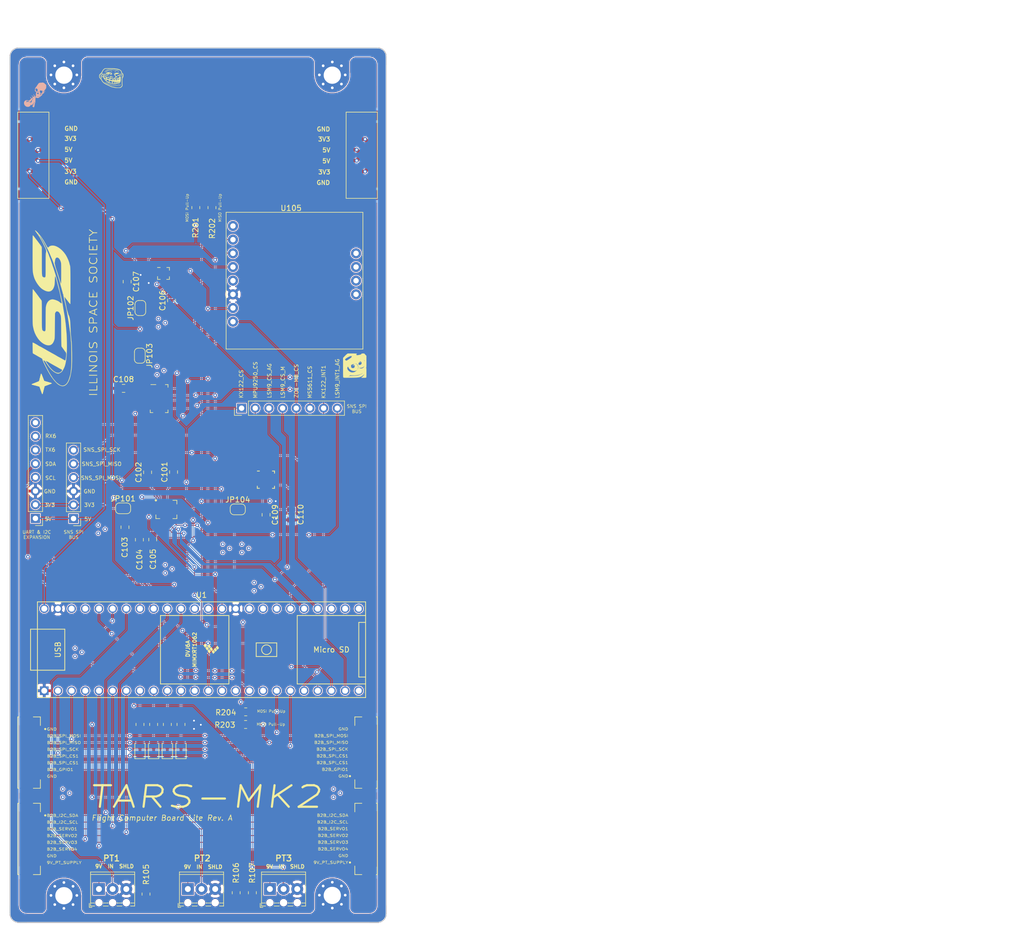
<source format=kicad_pcb>
(kicad_pcb (version 20171130) (host pcbnew 5.1.10)
  (title_block (title "TARS - MK2 Flight Computation Board - Lite") (date 2021-09-25) (rev A))
  (layers (0 F.Cu signal) (31 B.Cu signal) (34 B.Paste user) (35 F.Paste user) (36 B.SilkS user) (37 F.SilkS user) (38 B.Mask user) (39 F.Mask user hide) (44 Edge.Cuts user))
  (net 0 "")
  (net 1 GND)
  (net 2 "Net-(C101-Pad1)")
  (net 3 "Net-(C102-Pad1)")
  (net 4 "Net-(C103-Pad1)")
  (net 5 "Net-(C106-Pad2)")
  (net 6 "Net-(C109-Pad1)")
  (net 7 "Net-(D9001-Pad2)")
  (net 8 "Net-(D9002-Pad2)")
  (net 9 "Net-(D9003-Pad2)")
  (net 10 "Net-(D9004-Pad2)")
  (net 11 /B2B_GPIO1)
  (net 12 /B2B_SPI_CS2)
  (net 13 /B2B_SPI_CS1)
  (net 14 /B2B_SPI_SCK)
  (net 15 /B2B_SPI_MISO)
  (net 16 /B2B_SPI_MOSI)
  (net 17 /9V_PT_SUPPLY)
  (net 18 /B2B_SERVO4)
  (net 19 /B2B_SERVO3)
  (net 20 /B2B_SERVO2)
  (net 21 /B2B_SERVO1)
  (net 22 /B2B_I2C_SCL)
  (net 23 /B2B_I2C_SDA)
  (net 24 /PT1)
  (net 25 /PT2)
  (net 26 /PT3)
  (net 27 /3V3)
  (net 28 "Net-(R9001-Pad1)")
  (net 29 "Net-(R9002-Pad1)")
  (net 30 "Net-(R9003-Pad1)")
  (net 31 "Net-(R9004-Pad1)")
  (net 32 "Net-(U101-Pad13)")
  (net 33 /LMS9_INT2_AG)
  (net 34 /LSM9_INT1_AG)
  (net 35 /LSM9_INT_M)
  (net 36 /LSM9_DRDY_M)
  (net 37 /LSM9_CS_M)
  (net 38 /LSM9_CS_AG)
  (net 39 /SNS_SPI_MISO)
  (net 40 /SNS_SPI_MOSI)
  (net 41 /SNS_SPI_SCK)
  (net 42 "Net-(U102-Pad11)")
  (net 43 /KX122_INT2)
  (net 44 /KX122_INT1)
  (net 45 /KX122_CS)
  (net 46 /MS5611_CS)
  (net 47 "Net-(C108-Pad2)")
  (net 48 /SNS_SPI_SCLK)
  (net 49 /MPU9250_CS)
  (net 50 "Net-(U104-Pad21)")
  (net 51 "Net-(U104-Pad20)")
  (net 52 /MPU9250_INT)
  (net 53 "Net-(U104-Pad10)")
  (net 54 "Net-(U104-Pad7)")
  (net 55 "Net-(U104-Pad1)")
  (net 56 "Net-(U105-Pad12)")
  (net 57 "Net-(U105-Pad11)")
  (net 58 "Net-(U105-Pad10)")
  (net 59 "Net-(U105-Pad9)")
  (net 60 /ZOE_MQ8_BRKT_CS)
  (net 61 "Net-(U1-Pad15)")
  (net 62 "Net-(U1-Pad24)")
  (net 63 "Net-(U1-Pad25)")
  (net 64 "Net-(U1-Pad26)")
  (net 65 "Net-(U1-Pad27)")
  (net 66 "Net-(U1-Pad31)")
  (net 67 "Net-(U1-Pad32)")
  (net 68 "Net-(U1-Pad33)")
  (net 69 "Net-(U1-Pad36)")
  (net 70 "Net-(U1-Pad37)")
  (net 71 "Net-(U1-Pad45)")
  (net 72 "Net-(U1-Pad46)")
  (net 73 /5V)
  (net 74 "Net-(J203-Pad8)")
  (net 75 /UART_RX6)
  (net 76 /UART_TX6)
  (net 77 /I2C_SDA)
  (net 78 /I2C_SCL)
  (module Connector_PinHeader_2.54mm:PinHeader_1x08_P2.54mm_Vertical (layer F.Cu) (at 35.66 112.47 180)
    (fp_text reference J203 hide)
    (fp_text value Conn_01x08_Male)
    (pad 8 thru_hole oval (at 0 17.78 180) (size 1.7 1.7) (drill 1) (layers *.Cu *.Mask) (net 74 "Net-(J203-Pad8)"))
    (pad 7 thru_hole oval (at 0 15.24 180) (size 1.7 1.7) (drill 1) (layers *.Cu *.Mask) (net 75 /UART_RX6))
    (pad 6 thru_hole oval (at 0 12.7 180) (size 1.7 1.7) (drill 1) (layers *.Cu *.Mask) (net 76 /UART_TX6))
    (pad 5 thru_hole oval (at 0 10.16 180) (size 1.7 1.7) (drill 1) (layers *.Cu *.Mask) (net 77 /I2C_SDA))
    (pad 4 thru_hole oval (at 0 7.62 180) (size 1.7 1.7) (drill 1) (layers *.Cu *.Mask) (net 78 /I2C_SCL))
    (pad 3 thru_hole oval (at 0 5.08 180) (size 1.7 1.7) (drill 1) (layers *.Cu *.Mask) (net 1 GND))
    (pad 2 thru_hole oval (at 0 2.54 180) (size 1.7 1.7) (drill 1) (layers *.Cu *.Mask) (net 27 /3V3))
    (pad 1 thru_hole rect (at 0 0 180) (size 1.7 1.7) (drill 1) (layers *.Cu *.Mask) (net 73 /5V))
  )
  (module karnap:troll (layer F.Cu) (at 49.75 30.7)
    (fp_text reference G*** hide)
    (fp_text value LOGO hide)
  )
  (module karnap:funnyface (layer F.Cu) (at 94.95 84.1)
    (fp_text reference G*** hide)
    (fp_text value LOGO hide)
  )
  (module karnap:doot_nano (layer B.Cu) (at 35.63 33.82 180)
    (fp_text reference G*** hide)
    (fp_text value LOGO hide)
  )
  (module Capacitor_SMD:C_0805_2012Metric (layer F.Cu) (at 52.7 68.5 270)
    (fp_text reference C107 (at 0 -1.68 90) (layer F.SilkS))
    (fp_text value "100 nF")
    (pad 2 smd roundrect (at 0.95 0 270) (size 1 1.45) (layers F.Cu F.Paste F.Mask) (net 5 "Net-(C106-Pad2)"))
    (pad 1 smd roundrect (at -0.95 0 270) (size 1 1.45) (layers F.Cu F.Paste F.Mask) (net 1 GND))
  )
  (module Capacitor_SMD:C_0805_2012Metric (layer F.Cu) (at 60.95 72 90)
    (fp_text reference C106 (at 0 -1.68 90) (layer F.SilkS))
    (fp_text value "100 nF")
    (pad 2 smd roundrect (at 0.95 0 90) (size 1 1.45) (layers F.Cu F.Paste F.Mask) (net 5 "Net-(C106-Pad2)"))
    (pad 1 smd roundrect (at -0.95 0 90) (size 1 1.45) (layers F.Cu F.Paste F.Mask) (net 1 GND))
  )
  (module Connector_PinHeader_2.54mm:PinHeader_1x08_P2.54mm_Vertical (layer F.Cu) (at 73.95 92 90)
    (fp_text reference J202 hide)
    (fp_text value Conn_01x08_Male)
    (pad 8 thru_hole oval (at 0 17.78 90) (size 1.7 1.7) (drill 1) (layers *.Cu *.Mask) (net 34 /LSM9_INT1_AG))
    (pad 7 thru_hole oval (at 0 15.24 90) (size 1.7 1.7) (drill 1) (layers *.Cu *.Mask) (net 44 /KX122_INT1))
    (pad 6 thru_hole oval (at 0 12.7 90) (size 1.7 1.7) (drill 1) (layers *.Cu *.Mask) (net 46 /MS5611_CS))
    (pad 5 thru_hole oval (at 0 10.16 90) (size 1.7 1.7) (drill 1) (layers *.Cu *.Mask) (net 60 /ZOE_MQ8_BRKT_CS))
    (pad 4 thru_hole oval (at 0 7.62 90) (size 1.7 1.7) (drill 1) (layers *.Cu *.Mask) (net 37 /LSM9_CS_M))
    (pad 3 thru_hole oval (at 0 5.08 90) (size 1.7 1.7) (drill 1) (layers *.Cu *.Mask) (net 38 /LSM9_CS_AG))
    (pad 2 thru_hole oval (at 0 2.54 90) (size 1.7 1.7) (drill 1) (layers *.Cu *.Mask) (net 49 /MPU9250_CS))
    (pad 1 thru_hole rect (at 0 0 90) (size 1.7 1.7) (drill 1) (layers *.Cu *.Mask) (net 45 /KX122_CS))
  )
  (module Connector_PinHeader_2.54mm:PinHeader_1x06_P2.54mm_Vertical (layer F.Cu) (at 42.736 112.5 180)
    (fp_text reference J201 hide)
    (fp_text value Conn_01x06_Male)
    (pad 6 thru_hole oval (at 0 12.7 180) (size 1.7 1.7) (drill 1) (layers *.Cu *.Mask) (net 41 /SNS_SPI_SCK))
    (pad 5 thru_hole oval (at 0 10.16 180) (size 1.7 1.7) (drill 1) (layers *.Cu *.Mask) (net 39 /SNS_SPI_MISO))
    (pad 4 thru_hole oval (at 0 7.62 180) (size 1.7 1.7) (drill 1) (layers *.Cu *.Mask) (net 40 /SNS_SPI_MOSI))
    (pad 3 thru_hole oval (at 0 5.08 180) (size 1.7 1.7) (drill 1) (layers *.Cu *.Mask) (net 1 GND))
    (pad 2 thru_hole oval (at 0 2.54 180) (size 1.7 1.7) (drill 1) (layers *.Cu *.Mask) (net 27 /3V3))
    (pad 1 thru_hole rect (at 0 0 180) (size 1.7 1.7) (drill 1) (layers *.Cu *.Mask) (net 73 /5V))
  )
  (module ISS_LOGO:ISS_LOGO_small_drawing (layer F.Cu) (at 199.092 172.6334)
    (fp_text reference G*** hide)
    (fp_text value LOGO hide)
  )
  (module "Molex 6 Circuit 2.00mm:505578-0671" (layer F.Cu) (at 99.17 45.02 270)
    (fp_text reference J104 hide)
    (fp_text value 505578-0671 hide)
    (pad 6 smd rect (at 5 6.3 270) (size 1 3) (layers F.Cu F.Paste F.Mask) (net 1 GND))
    (pad 5 smd rect (at 3 6.3 270) (size 1 3) (layers F.Cu F.Paste F.Mask) (net 27 /3V3))
    (pad 4 smd rect (at 1 6.3 270) (size 1 3) (layers F.Cu F.Paste F.Mask) (net 73 /5V))
    (pad 3 smd rect (at -1 6.3 270) (size 1 3) (layers F.Cu F.Paste F.Mask) (net 73 /5V))
    (pad P2 smd rect (at 7.4 2 270) (size 1.8 4) (layers F.Cu F.Paste F.Mask) (net 1 GND))
    (pad P1 smd rect (at -7.4 2 270) (size 1.8 4) (layers F.Cu F.Paste F.Mask) (net 1 GND))
    (pad 2 smd rect (at -3 6.3 270) (size 1 3) (layers F.Cu F.Paste F.Mask) (net 27 /3V3))
    (pad 1 smd rect (at -5 6.3 270) (size 1 3) (layers F.Cu F.Paste F.Mask) (net 1 GND))
  )
  (module "Molex 6 Circuit 2.00mm:505578-0671" (layer F.Cu) (at 32.37 45.02 90)
    (fp_text reference J103 hide)
    (fp_text value 505578-0671 hide)
    (pad 6 smd rect (at 5 6.3 90) (size 1 3) (layers F.Cu F.Paste F.Mask) (net 1 GND))
    (pad 5 smd rect (at 3 6.3 90) (size 1 3) (layers F.Cu F.Paste F.Mask) (net 27 /3V3))
    (pad 4 smd rect (at 1 6.3 90) (size 1 3) (layers F.Cu F.Paste F.Mask) (net 73 /5V))
    (pad 3 smd rect (at -1 6.3 90) (size 1 3) (layers F.Cu F.Paste F.Mask) (net 73 /5V))
    (pad P2 smd rect (at 7.4 2 90) (size 1.8 4) (layers F.Cu F.Paste F.Mask) (net 1 GND))
    (pad P1 smd rect (at -7.4 2 90) (size 1.8 4) (layers F.Cu F.Paste F.Mask) (net 1 GND))
    (pad 2 smd rect (at -3 6.3 90) (size 1 3) (layers F.Cu F.Paste F.Mask) (net 27 /3V3))
    (pad 1 smd rect (at -5 6.3 90) (size 1 3) (layers F.Cu F.Paste F.Mask) (net 1 GND))
  )
  (module Resistor_SMD:R_0805_2012Metric (layer F.Cu) (at 75.95 182 270)
    (fp_text reference R107 (at -3.68 0.02 90) (layer F.SilkS))
    (fp_text value 150)
    (pad 2 smd roundrect (at 0.9125 0 270) (size 1.025 1.4) (layers F.Cu F.Paste F.Mask) (roundrect_rratio 0.243902) (net 1 GND))
    (pad 1 smd roundrect (at -0.9125 0 270) (size 1.025 1.4) (layers F.Cu F.Paste F.Mask) (roundrect_rratio 0.243902) (net 26 /PT3))
  )
  (module Resistor_SMD:R_0805_2012Metric (layer F.Cu) (at 72.95 182 270)
    (fp_text reference R106 (at -3.68 0.03 90) (layer F.SilkS))
    (fp_text value 150)
    (pad 2 smd roundrect (at 0.9125 0 270) (size 1.025 1.4) (layers F.Cu F.Paste F.Mask) (roundrect_rratio 0.243902) (net 1 GND))
    (pad 1 smd roundrect (at -0.9125 0 270) (size 1.025 1.4) (layers F.Cu F.Paste F.Mask) (roundrect_rratio 0.243902) (net 25 /PT2))
  )
  (module Resistor_SMD:R_0805_2012Metric (layer F.Cu) (at 56.2 182.25 270)
    (fp_text reference R105 (at -3.64 -0.03 90) (layer F.SilkS))
    (fp_text value 150)
    (pad 2 smd roundrect (at 0.9125 0 270) (size 1.025 1.4) (layers F.Cu F.Paste F.Mask) (roundrect_rratio 0.243902) (net 1 GND))
    (pad 1 smd roundrect (at -0.9125 0 270) (size 1.025 1.4) (layers F.Cu F.Paste F.Mask) (roundrect_rratio 0.243902) (net 24 /PT1))
  )
  (module Resistor_SMD:R_0805_2012Metric (layer F.Cu) (at 74.72 148.4)
    (fp_text reference R204 (at -3.69 0.12) (layer F.SilkS))
    (fp_text value R_US)
    (pad 2 smd roundrect (at 0.9125 0) (size 1.025 1.4) (layers F.Cu F.Paste F.Mask) (roundrect_rratio 0.243902) (net 16 /B2B_SPI_MOSI))
    (pad 1 smd roundrect (at -0.9125 0) (size 1.025 1.4) (layers F.Cu F.Paste F.Mask) (roundrect_rratio 0.243902) (net 27 /3V3))
  )
  (module Resistor_SMD:R_0805_2012Metric (layer F.Cu) (at 74.7 150.75)
    (fp_text reference R203 (at -3.84 0.08) (layer F.SilkS))
    (fp_text value R_US)
    (pad 2 smd roundrect (at 0.9125 0) (size 1.025 1.4) (layers F.Cu F.Paste F.Mask) (roundrect_rratio 0.243902) (net 15 /B2B_SPI_MISO))
    (pad 1 smd roundrect (at -0.9125 0) (size 1.025 1.4) (layers F.Cu F.Paste F.Mask) (roundrect_rratio 0.243902) (net 27 /3V3))
  )
  (module Resistor_SMD:R_0805_2012Metric (layer F.Cu) (at 65.45 54.75 270)
    (fp_text reference R202 (at 3.88 -3.05 90) (layer F.SilkS))
    (fp_text value R_US)
    (pad 2 smd roundrect (at 0.9125 0 270) (size 1.025 1.4) (layers F.Cu F.Paste F.Mask) (roundrect_rratio 0.243902) (net 40 /SNS_SPI_MOSI))
    (pad 1 smd roundrect (at -0.9125 0 270) (size 1.025 1.4) (layers F.Cu F.Paste F.Mask) (roundrect_rratio 0.243902) (net 27 /3V3))
  )
  (module Resistor_SMD:R_0805_2012Metric (layer F.Cu) (at 68.45 54.75 270)
    (fp_text reference R201 (at 3.72 3.05 90) (layer F.SilkS))
    (fp_text value R_US)
    (pad 2 smd roundrect (at 0.9125 0 270) (size 1.025 1.4) (layers F.Cu F.Paste F.Mask) (roundrect_rratio 0.243902) (net 39 /SNS_SPI_MISO))
    (pad 1 smd roundrect (at -0.9125 0 270) (size 1.025 1.4) (layers F.Cu F.Paste F.Mask) (roundrect_rratio 0.243902) (net 27 /3V3))
  )
  (module Jumper:SolderJumper-2_P1.3mm_Bridged_RoundedPad1.0x1.5mm (layer F.Cu) (at 55.05 82.25 270)
    (fp_text reference JP103 (at 0 -1.8 90) (layer F.SilkS))
    (fp_text value Jumper_NC_Small)
    (fp_poly (pts (xy 0.25 -0.3) (xy -0.25 -0.3) (xy -0.25 0.3) (xy 0.25 0.3)) (layer F.Cu) (width 0))
    (pad 1 smd custom (at -0.65 0 270) (size 1 0.5) (layers F.Cu F.Mask) (net 27 /3V3) (options (clearance outline) (anchor rect)) (primitives (gr_circle (center 0 0.25) (end 0.5 0.25) (width 0)) (gr_circle (center 0 -0.25) (end 0.5 -0.25) (width 0)) (gr_poly (pts (xy 0 -0.75) (xy 0.5 -0.75) (xy 0.5 0.75) (xy 0 0.75)) (width 0))))
    (pad 2 smd custom (at 0.65 0 270) (size 1 0.5) (layers F.Cu F.Mask) (net 47 "Net-(C108-Pad2)") (options (clearance outline) (anchor rect)) (primitives (gr_circle (center 0 0.25) (end 0.5 0.25) (width 0)) (gr_circle (center 0 -0.25) (end 0.5 -0.25) (width 0)) (gr_poly (pts (xy 0 -0.75) (xy -0.5 -0.75) (xy -0.5 0.75) (xy 0 0.75)) (width 0))))
  )
  (module Capacitor_SMD:C_0805_2012Metric (layer F.Cu) (at 52.031 88.318)
    (fp_text reference C108 (at 0 -1.68) (layer F.SilkS))
    (fp_text value "100 nF")
    (pad 2 smd roundrect (at 0.95 0) (size 1 1.45) (layers F.Cu F.Paste F.Mask) (net 47 "Net-(C108-Pad2)"))
    (pad 1 smd roundrect (at -0.95 0) (size 1 1.45) (layers F.Cu F.Paste F.Mask) (net 1 GND))
  )
  (module teensy_library-master:Teensy41_bare (layer F.Cu) (at 66.51 136.86)
    (fp_text reference U1 (at 0 -10.16) (layer F.SilkS))
    (fp_text value Teensy4.1_bare)
    (fp_text user USB (at -26.67 0 270) (layer F.SilkS))
    (fp_text user "Micro SD" (at 24.13 0) (layer F.SilkS))
    (fp_text user MIMXRT1062 (at -1.27 0 270) (layer F.SilkS) (effects (font (size 0.7 0.7))))
    (fp_text user DVJ6A (at -2.54 -0.18 270) (layer F.SilkS) (effects (font (size 0.7 0.7))))
    (pad 17 thru_hole circle (at 11.43 7.62) (size 1.6 1.6) (drill 1.1) (layers *.Cu *.Mask) (net 75 /UART_RX6))
    (pad 18 thru_hole circle (at 13.97 7.62) (size 1.6 1.6) (drill 1.1) (layers *.Cu *.Mask) (net 16 /B2B_SPI_MOSI))
    (pad 19 thru_hole circle (at 16.51 7.62) (size 1.6 1.6) (drill 1.1) (layers *.Cu *.Mask) (net 14 /B2B_SPI_SCK))
    (pad 20 thru_hole circle (at 19.05 7.62) (size 1.6 1.6) (drill 1.1) (layers *.Cu *.Mask) (net 44 /KX122_INT1))
    (pad 16 thru_hole circle (at 8.89 7.62) (size 1.6 1.6) (drill 1.1) (layers *.Cu *.Mask) (net 76 /UART_TX6))
    (pad 15 thru_hole circle (at 6.35 7.62) (size 1.6 1.6) (drill 1.1) (layers *.Cu *.Mask) (net 61 "Net-(U1-Pad15)"))
    (pad 14 thru_hole circle (at 3.81 7.62) (size 1.6 1.6) (drill 1.1) (layers *.Cu *.Mask) (net 39 /SNS_SPI_MISO))
    (pad 21 thru_hole circle (at 21.59 7.62) (size 1.6 1.6) (drill 1.1) (layers *.Cu *.Mask) (net 34 /LSM9_INT1_AG))
    (pad 22 thru_hole circle (at 24.13 7.62) (size 1.6 1.6) (drill 1.1) (layers *.Cu *.Mask) (net 46 /MS5611_CS))
    (pad 23 thru_hole circle (at 26.67 7.62) (size 1.6 1.6) (drill 1.1) (layers *.Cu *.Mask) (net 60 /ZOE_MQ8_BRKT_CS))
    (pad 24 thru_hole circle (at 29.21 7.62) (size 1.6 1.6) (drill 1.1) (layers *.Cu *.Mask) (net 62 "Net-(U1-Pad24)"))
    (pad 25 thru_hole circle (at 29.21 -7.62) (size 1.6 1.6) (drill 1.1) (layers *.Cu *.Mask) (net 63 "Net-(U1-Pad25)"))
    (pad 26 thru_hole circle (at 26.67 -7.62) (size 1.6 1.6) (drill 1.1) (layers *.Cu *.Mask) (net 64 "Net-(U1-Pad26)"))
    (pad 27 thru_hole circle (at 24.13 -7.62) (size 1.6 1.6) (drill 1.1) (layers *.Cu *.Mask) (net 65 "Net-(U1-Pad27)"))
    (pad 28 thru_hole circle (at 21.59 -7.62) (size 1.6 1.6) (drill 1.1) (layers *.Cu *.Mask) (net 38 /LSM9_CS_AG))
    (pad 29 thru_hole circle (at 19.05 -7.62) (size 1.6 1.6) (drill 1.1) (layers *.Cu *.Mask) (net 37 /LSM9_CS_M))
    (pad 30 thru_hole circle (at 16.51 -7.62) (size 1.6 1.6) (drill 1.1) (layers *.Cu *.Mask) (net 49 /MPU9250_CS))
    (pad 31 thru_hole circle (at 13.97 -7.62) (size 1.6 1.6) (drill 1.1) (layers *.Cu *.Mask) (net 66 "Net-(U1-Pad31)"))
    (pad 32 thru_hole circle (at 11.43 -7.62) (size 1.6 1.6) (drill 1.1) (layers *.Cu *.Mask) (net 67 "Net-(U1-Pad32)"))
    (pad 33 thru_hole circle (at 8.89 -7.62) (size 1.6 1.6) (drill 1.1) (layers *.Cu *.Mask) (net 68 "Net-(U1-Pad33)"))
    (pad 34 thru_hole circle (at 6.35 -7.62) (size 1.6 1.6) (drill 1.1) (layers *.Cu *.Mask) (net 1 GND))
    (pad 13 thru_hole circle (at 1.27 7.62) (size 1.6 1.6) (drill 1.1) (layers *.Cu *.Mask) (net 40 /SNS_SPI_MOSI))
    (pad 12 thru_hole circle (at -1.27 7.62) (size 1.6 1.6) (drill 1.1) (layers *.Cu *.Mask) (net 45 /KX122_CS))
    (pad 11 thru_hole circle (at -3.81 7.62) (size 1.6 1.6) (drill 1.1) (layers *.Cu *.Mask) (net 31 "Net-(R9004-Pad1)"))
    (pad 10 thru_hole circle (at -6.35 7.62) (size 1.6 1.6) (drill 1.1) (layers *.Cu *.Mask) (net 30 "Net-(R9003-Pad1)"))
    (pad 9 thru_hole circle (at -8.89 7.62) (size 1.6 1.6) (drill 1.1) (layers *.Cu *.Mask) (net 29 "Net-(R9002-Pad1)"))
    (pad 8 thru_hole circle (at -11.43 7.62) (size 1.6 1.6) (drill 1.1) (layers *.Cu *.Mask) (net 28 "Net-(R9001-Pad1)"))
    (pad 7 thru_hole circle (at -13.97 7.62) (size 1.6 1.6) (drill 1.1) (layers *.Cu *.Mask) (net 20 /B2B_SERVO2))
    (pad 6 thru_hole circle (at -16.51 7.62) (size 1.6 1.6) (drill 1.1) (layers *.Cu *.Mask) (net 21 /B2B_SERVO1))
    (pad 5 thru_hole circle (at -19.05 7.62) (size 1.6 1.6) (drill 1.1) (layers *.Cu *.Mask) (net 18 /B2B_SERVO4))
    (pad 4 thru_hole circle (at -21.59 7.62) (size 1.6 1.6) (drill 1.1) (layers *.Cu *.Mask) (net 19 /B2B_SERVO3))
    (pad 3 thru_hole circle (at -24.13 7.62) (size 1.6 1.6) (drill 1.1) (layers *.Cu *.Mask) (net 15 /B2B_SPI_MISO))
    (pad 2 thru_hole circle (at -26.67 7.62) (size 1.6 1.6) (drill 1.1) (layers *.Cu *.Mask) (net 13 /B2B_SPI_CS1))
    (pad 1 thru_hole rect (at -29.21 7.62) (size 1.6 1.6) (drill 1.1) (layers *.Cu *.Mask) (net 1 GND))
    (pad 35 thru_hole circle (at 3.81 -7.62) (size 1.6 1.6) (drill 1.1) (layers *.Cu *.Mask) (net 41 /SNS_SPI_SCK))
    (pad 36 thru_hole circle (at 1.27 -7.62) (size 1.6 1.6) (drill 1.1) (layers *.Cu *.Mask) (net 69 "Net-(U1-Pad36)"))
    (pad 37 thru_hole circle (at -1.27 -7.62) (size 1.6 1.6) (drill 1.1) (layers *.Cu *.Mask) (net 70 "Net-(U1-Pad37)"))
    (pad 38 thru_hole circle (at -3.81 -7.62) (size 1.6 1.6) (drill 1.1) (layers *.Cu *.Mask) (net 22 /B2B_I2C_SCL))
    (pad 39 thru_hole circle (at -6.35 -7.62) (size 1.6 1.6) (drill 1.1) (layers *.Cu *.Mask) (net 23 /B2B_I2C_SDA))
    (pad 40 thru_hole circle (at -8.89 -7.62) (size 1.6 1.6) (drill 1.1) (layers *.Cu *.Mask) (net 77 /I2C_SDA))
    (pad 41 thru_hole circle (at -11.43 -7.62) (size 1.6 1.6) (drill 1.1) (layers *.Cu *.Mask) (net 78 /I2C_SCL))
    (pad 42 thru_hole circle (at -13.97 -7.62) (size 1.6 1.6) (drill 1.1) (layers *.Cu *.Mask) (net 24 /PT1))
    (pad 43 thru_hole circle (at -16.51 -7.62) (size 1.6 1.6) (drill 1.1) (layers *.Cu *.Mask) (net 25 /PT2))
    (pad 44 thru_hole circle (at -19.05 -7.62) (size 1.6 1.6) (drill 1.1) (layers *.Cu *.Mask) (net 26 /PT3))
    (pad 45 thru_hole circle (at -21.59 -7.62) (size 1.6 1.6) (drill 1.1) (layers *.Cu *.Mask) (net 71 "Net-(U1-Pad45)"))
    (pad 46 thru_hole circle (at -24.13 -7.62) (size 1.6 1.6) (drill 1.1) (layers *.Cu *.Mask) (net 72 "Net-(U1-Pad46)"))
    (pad 47 thru_hole circle (at -26.67 -7.62) (size 1.6 1.6) (drill 1.1) (layers *.Cu *.Mask) (net 1 GND))
    (pad 48 thru_hole circle (at -29.21 -7.62) (size 1.6 1.6) (drill 1.1) (layers *.Cu *.Mask) (net 73 /5V))
  )
  (module ZOE-M8Q:ZOE-M8QBRKT (layer F.Cu) (at 79.336 54.3455)
    (fp_text reference U105 (at 3.81 0.5) (layer F.SilkS))
    (fp_text value ZOE-MQ8-BREAKOUT)
    (pad 1 thru_hole circle (at -6.985 3.81) (size 1.8796 1.8796) (drill 1.016) (layers *.Cu *.Mask))
    (pad 2 thru_hole circle (at -6.985 6.3501) (size 1.8796 1.8796) (drill 1.016) (layers *.Cu *.Mask) (net 39 /SNS_SPI_MISO))
    (pad 3 thru_hole circle (at -6.985 8.8902) (size 1.8796 1.8796) (drill 1.016) (layers *.Cu *.Mask) (net 40 /SNS_SPI_MOSI))
    (pad 4 thru_hole circle (at -6.985 11.4303) (size 1.8796 1.8796) (drill 1.016) (layers *.Cu *.Mask) (net 27 /3V3))
    (pad 5 thru_hole circle (at -6.985 13.9704) (size 1.8796 1.8796) (drill 1.016) (layers *.Cu *.Mask))
    (pad 6 thru_hole circle (at -6.985 16.5105) (size 1.8796 1.8796) (drill 1.016) (layers *.Cu *.Mask) (net 1 GND))
    (pad 7 thru_hole circle (at -6.985 19.0506) (size 1.8796 1.8796) (drill 1.016) (layers *.Cu *.Mask) (net 41 /SNS_SPI_SCK))
    (pad 8 thru_hole circle (at -6.985 21.5907) (size 1.8796 1.8796) (drill 1.016) (layers *.Cu *.Mask) (net 60 /ZOE_MQ8_BRKT_CS))
    (pad 9 thru_hole circle (at 15.875 8.89) (size 1.8796 1.8796) (drill 1.016) (layers *.Cu *.Mask) (net 59 "Net-(U105-Pad9)"))
    (pad 10 thru_hole circle (at 15.875 11.43) (size 1.8796 1.8796) (drill 1.016) (layers *.Cu *.Mask) (net 58 "Net-(U105-Pad10)"))
    (pad 11 thru_hole circle (at 15.875 13.97) (size 1.8796 1.8796) (drill 1.016) (layers *.Cu *.Mask) (net 57 "Net-(U105-Pad11)"))
    (pad 12 thru_hole circle (at 15.875 16.51) (size 1.8796 1.8796) (drill 1.016) (layers *.Cu *.Mask) (net 56 "Net-(U105-Pad12)"))
  )
  (module Sensor_Motion:InvenSense_QFN-24_3x3mm_P0.4mm (layer F.Cu) (at 78.47 105.28)
    (fp_text reference U104 hide)
    (fp_text value MPU-9250)
    (pad 24 smd roundrect (at -1 -1.5 90) (size 0.55 0.2) (layers F.Cu F.Paste F.Mask) (net 40 /SNS_SPI_MOSI))
    (pad 23 smd roundrect (at -0.6 -1.5 90) (size 0.55 0.2) (layers F.Cu F.Paste F.Mask) (net 48 /SNS_SPI_SCLK))
    (pad 22 smd roundrect (at -0.2 -1.5 90) (size 0.55 0.2) (layers F.Cu F.Paste F.Mask) (net 49 /MPU9250_CS))
    (pad 21 smd roundrect (at 0.2 -1.5 90) (size 0.55 0.2) (layers F.Cu F.Paste F.Mask) (net 50 "Net-(U104-Pad21)"))
    (pad 20 smd roundrect (at 0.6 -1.5 90) (size 0.55 0.2) (layers F.Cu F.Paste F.Mask) (net 51 "Net-(U104-Pad20)"))
    (pad 19 smd roundrect (at 1 -1.5 90) (size 0.55 0.2) (layers F.Cu F.Paste F.Mask))
    (pad 18 smd roundrect (at 1.5 -1) (size 0.55 0.2) (layers F.Cu F.Paste F.Mask) (net 1 GND))
    (pad 17 smd roundrect (at 1.5 -0.6) (size 0.55 0.2) (layers F.Cu F.Paste F.Mask))
    (pad 16 smd roundrect (at 1.5 -0.2) (size 0.55 0.2) (layers F.Cu F.Paste F.Mask))
    (pad 15 smd roundrect (at 1.5 0.2) (size 0.55 0.2) (layers F.Cu F.Paste F.Mask))
    (pad 14 smd roundrect (at 1.5 0.6) (size 0.55 0.2) (layers F.Cu F.Paste F.Mask))
    (pad 13 smd roundrect (at 1.5 1) (size 0.55 0.2) (layers F.Cu F.Paste F.Mask) (net 6 "Net-(C109-Pad1)"))
    (pad 12 smd roundrect (at 1 1.5 90) (size 0.55 0.2) (layers F.Cu F.Paste F.Mask) (net 52 /MPU9250_INT))
    (pad 11 smd roundrect (at 0.6 1.5 90) (size 0.55 0.2) (layers F.Cu F.Paste F.Mask) (net 1 GND))
    (pad 10 smd roundrect (at 0.2 1.5 90) (size 0.55 0.2) (layers F.Cu F.Paste F.Mask) (net 53 "Net-(U104-Pad10)"))
    (pad 9 smd roundrect (at -0.2 1.5 90) (size 0.55 0.2) (layers F.Cu F.Paste F.Mask) (net 39 /SNS_SPI_MISO))
    (pad 8 smd roundrect (at -0.6 1.5 90) (size 0.55 0.2) (layers F.Cu F.Paste F.Mask) (net 6 "Net-(C109-Pad1)"))
    (pad 7 smd roundrect (at -1 1.5 90) (size 0.55 0.2) (layers F.Cu F.Paste F.Mask) (net 54 "Net-(U104-Pad7)"))
    (pad 6 smd roundrect (at -1.5 1) (size 0.55 0.2) (layers F.Cu F.Paste F.Mask))
    (pad 5 smd roundrect (at -1.5 0.6) (size 0.55 0.2) (layers F.Cu F.Paste F.Mask))
    (pad 4 smd roundrect (at -1.5 0.2) (size 0.55 0.2) (layers F.Cu F.Paste F.Mask))
    (pad 3 smd roundrect (at -1.5 -0.2) (size 0.55 0.2) (layers F.Cu F.Paste F.Mask))
    (pad 2 smd roundrect (at -1.5 -0.6) (size 0.55 0.2) (layers F.Cu F.Paste F.Mask))
    (pad 1 smd roundrect (at -1.5 -1) (size 0.55 0.2) (layers F.Cu F.Paste F.Mask) (net 55 "Net-(U104-Pad1)"))
  )
  (module Package_LGA:LGA-8_3x5mm_P1.25mm (layer F.Cu) (at 58.635 90.223)
    (fp_text reference U103 hide)
    (fp_text value MS5611-01BA)
    (pad 5 smd rect (at 1.075 1.875) (size 0.95 0.55) (layers F.Cu F.Paste F.Mask) (net 46 /MS5611_CS))
    (pad 6 smd rect (at 1.075 0.625) (size 0.95 0.55) (layers F.Cu F.Paste F.Mask) (net 39 /SNS_SPI_MISO))
    (pad 7 smd rect (at 1.075 -0.625) (size 0.95 0.55) (layers F.Cu F.Paste F.Mask) (net 40 /SNS_SPI_MOSI))
    (pad 8 smd rect (at 1.075 -1.875) (size 0.95 0.55) (layers F.Cu F.Paste F.Mask) (net 41 /SNS_SPI_SCK))
    (pad 3 smd rect (at -1.075 0.625) (size 0.95 0.55) (layers F.Cu F.Paste F.Mask) (net 1 GND))
    (pad 2 smd rect (at -1.075 -0.625) (size 0.95 0.55) (layers F.Cu F.Paste F.Mask) (net 1 GND))
    (pad 1 smd rect (at -1.075 -1.875) (size 0.95 0.55) (layers F.Cu F.Paste F.Mask) (net 47 "Net-(C108-Pad2)"))
    (pad 4 smd rect (at -1.075 1.875) (size 0.95 0.55) (layers F.Cu F.Paste F.Mask) (net 46 /MS5611_CS))
  )
  (module Package_LGA:LGA-12_2x2mm_P0.5mm (layer F.Cu) (at 59.45 66.97)
    (fp_text reference U102 hide)
    (fp_text value KX122-1042)
    (pad 12 smd rect (at -0.25 -0.7625 90) (size 0.375 0.35) (layers F.Cu F.Paste F.Mask) (net 41 /SNS_SPI_SCK))
    (pad 11 smd rect (at 0.25 -0.7625 90) (size 0.375 0.35) (layers F.Cu F.Paste F.Mask) (net 42 "Net-(U102-Pad11)"))
    (pad 6 smd rect (at 0.25 0.7625 90) (size 0.375 0.35) (layers F.Cu F.Paste F.Mask) (net 43 /KX122_INT2))
    (pad 5 smd rect (at -0.25 0.7625 90) (size 0.375 0.35) (layers F.Cu F.Paste F.Mask) (net 44 /KX122_INT1))
    (pad 10 smd rect (at 0.7625 -0.75) (size 0.375 0.35) (layers F.Cu F.Paste F.Mask) (net 45 /KX122_CS))
    (pad 1 smd rect (at -0.7625 -0.75) (size 0.375 0.35) (layers F.Cu F.Paste F.Mask) (net 39 /SNS_SPI_MISO))
    (pad 7 smd rect (at 0.7625 0.75) (size 0.375 0.35) (layers F.Cu F.Paste F.Mask) (net 5 "Net-(C106-Pad2)"))
    (pad 4 smd rect (at -0.7625 0.75) (size 0.375 0.35) (layers F.Cu F.Paste F.Mask) (net 1 GND))
    (pad 8 smd rect (at 0.7625 0.25) (size 0.375 0.35) (layers F.Cu F.Paste F.Mask))
    (pad 9 smd rect (at 0.7625 -0.25) (size 0.375 0.35) (layers F.Cu F.Paste F.Mask) (net 1 GND))
    (pad 3 smd rect (at -0.7625 0.25) (size 0.375 0.35) (layers F.Cu F.Paste F.Mask) (net 5 "Net-(C106-Pad2)"))
    (pad 2 smd rect (at -0.7625 -0.25) (size 0.375 0.35) (layers F.Cu F.Paste F.Mask) (net 40 /SNS_SPI_MOSI))
  )
  (module Package_LGA:LGA-24L_3x3.5mm_P0.43mm (layer F.Cu) (at 59.98 110.81)
    (fp_text reference U101 hide)
    (fp_text value LSM9DS1)
    (pad 13 smd rect (at 1.505 1.225) (size 0.23 0.35) (layers F.Cu F.Paste F.Mask) (net 32 "Net-(U101-Pad13)"))
    (pad 12 smd rect (at 1.075 1.225) (size 0.23 0.35) (layers F.Cu F.Paste F.Mask) (net 33 /LMS9_INT2_AG))
    (pad 11 smd rect (at 0.645 1.225) (size 0.23 0.35) (layers F.Cu F.Paste F.Mask) (net 34 /LSM9_INT1_AG))
    (pad 10 smd rect (at 0.215 1.225) (size 0.23 0.35) (layers F.Cu F.Paste F.Mask) (net 35 /LSM9_INT_M))
    (pad 9 smd rect (at -0.215 1.225) (size 0.23 0.35) (layers F.Cu F.Paste F.Mask) (net 36 /LSM9_DRDY_M))
    (pad 8 smd rect (at -0.645 1.225) (size 0.23 0.35) (layers F.Cu F.Paste F.Mask) (net 37 /LSM9_CS_M))
    (pad 7 smd rect (at -1.075 1.225) (size 0.23 0.35) (layers F.Cu F.Paste F.Mask) (net 38 /LSM9_CS_AG))
    (pad 6 smd rect (at -1.505 1.225) (size 0.23 0.35) (layers F.Cu F.Paste F.Mask) (net 39 /SNS_SPI_MISO))
    (pad 18 smd rect (at 1.505 -1.225) (size 0.23 0.35) (layers F.Cu F.Paste F.Mask) (net 1 GND))
    (pad 19 smd rect (at 1.075 -1.225) (size 0.23 0.35) (layers F.Cu F.Paste F.Mask) (net 1 GND))
    (pad 20 smd rect (at 0.645 -1.225) (size 0.23 0.35) (layers F.Cu F.Paste F.Mask) (net 1 GND))
    (pad 21 smd rect (at 0.215 -1.225) (size 0.23 0.35) (layers F.Cu F.Paste F.Mask) (net 2 "Net-(C101-Pad1)"))
    (pad 22 smd rect (at -0.215 -1.225) (size 0.23 0.35) (layers F.Cu F.Paste F.Mask) (net 4 "Net-(C103-Pad1)"))
    (pad 23 smd rect (at -0.645 -1.225) (size 0.23 0.35) (layers F.Cu F.Paste F.Mask) (net 4 "Net-(C103-Pad1)"))
    (pad 24 smd rect (at -1.075 -1.225) (size 0.23 0.35) (layers F.Cu F.Paste F.Mask) (net 3 "Net-(C102-Pad1)"))
    (pad 14 smd rect (at 1.475 0.645) (size 0.35 0.23) (layers F.Cu F.Paste F.Mask) (net 1 GND))
    (pad 5 smd rect (at -1.475 0.645) (size 0.35 0.23) (layers F.Cu F.Paste F.Mask) (net 39 /SNS_SPI_MISO))
    (pad 15 smd rect (at 1.475 0.215) (size 0.35 0.23) (layers F.Cu F.Paste F.Mask) (net 1 GND))
    (pad 4 smd rect (at -1.475 0.215) (size 0.35 0.23) (layers F.Cu F.Paste F.Mask) (net 40 /SNS_SPI_MOSI))
    (pad 16 smd rect (at 1.475 -0.215) (size 0.35 0.23) (layers F.Cu F.Paste F.Mask) (net 1 GND))
    (pad 3 smd rect (at -1.475 -0.215) (size 0.35 0.23) (layers F.Cu F.Paste F.Mask) (net 4 "Net-(C103-Pad1)"))
    (pad 17 smd rect (at 1.475 -0.645) (size 0.35 0.23) (layers F.Cu F.Paste F.Mask) (net 1 GND))
    (pad 2 smd rect (at -1.475 -0.645) (size 0.35 0.23) (layers F.Cu F.Paste F.Mask) (net 41 /SNS_SPI_SCK))
    (pad 1 smd rect (at -1.505 -1.225) (size 0.23 0.35) (layers F.Cu F.Paste F.Mask) (net 4 "Net-(C103-Pad1)"))
  )
  (module Resistor_SMD:R_0805_2012Metric_Pad1.20x1.40mm_HandSolder (layer F.Cu) (at 62.699 150.7385 270)
    (fp_text reference R9004 hide)
    (fp_text value 470 hide)
    (pad 2 smd roundrect (at 1 0 270) (size 1.2 1.4) (layers F.Cu F.Paste F.Mask) (roundrect_rratio 0.208333) (net 10 "Net-(D9004-Pad2)"))
    (pad 1 smd roundrect (at -1 0 270) (size 1.2 1.4) (layers F.Cu F.Paste F.Mask) (roundrect_rratio 0.208333) (net 31 "Net-(R9004-Pad1)"))
  )
  (module Resistor_SMD:R_0805_2012Metric_Pad1.20x1.40mm_HandSolder (layer F.Cu) (at 60.159 150.7385 270)
    (fp_text reference R9003 hide)
    (fp_text value 470 hide)
    (pad 2 smd roundrect (at 1 0 270) (size 1.2 1.4) (layers F.Cu F.Paste F.Mask) (roundrect_rratio 0.208333) (net 9 "Net-(D9003-Pad2)"))
    (pad 1 smd roundrect (at -1 0 270) (size 1.2 1.4) (layers F.Cu F.Paste F.Mask) (roundrect_rratio 0.208333) (net 30 "Net-(R9003-Pad1)"))
  )
  (module Resistor_SMD:R_0805_2012Metric_Pad1.20x1.40mm_HandSolder (layer F.Cu) (at 57.619 150.7385 270)
    (fp_text reference R9002 hide)
    (fp_text value 470 hide)
    (pad 2 smd roundrect (at 1 0 270) (size 1.2 1.4) (layers F.Cu F.Paste F.Mask) (roundrect_rratio 0.208333) (net 8 "Net-(D9002-Pad2)"))
    (pad 1 smd roundrect (at -1 0 270) (size 1.2 1.4) (layers F.Cu F.Paste F.Mask) (roundrect_rratio 0.208333) (net 29 "Net-(R9002-Pad1)"))
  )
  (module Resistor_SMD:R_0805_2012Metric_Pad1.20x1.40mm_HandSolder (layer F.Cu) (at 55.079 150.7385 270)
    (fp_text reference R9001 hide)
    (fp_text value 470 hide)
    (pad 2 smd roundrect (at 1 0 270) (size 1.2 1.4) (layers F.Cu F.Paste F.Mask) (roundrect_rratio 0.208333) (net 7 "Net-(D9001-Pad2)"))
    (pad 1 smd roundrect (at -1 0 270) (size 1.2 1.4) (layers F.Cu F.Paste F.Mask) (roundrect_rratio 0.208333) (net 28 "Net-(R9001-Pad1)"))
  )
  (module Jumper:SolderJumper-2_P1.3mm_Bridged_RoundedPad1.0x1.5mm (layer F.Cu) (at 73.24 110.797)
    (fp_text reference JP104 (at 0 -1.8) (layer F.SilkS))
    (fp_text value Jumper_NC_Small)
    (fp_poly (pts (xy 0.25 -0.3) (xy -0.25 -0.3) (xy -0.25 0.3) (xy 0.25 0.3)) (layer F.Cu) (width 0))
    (pad 1 smd custom (at -0.65 0) (size 1 0.5) (layers F.Cu F.Mask) (net 27 /3V3) (options (clearance outline) (anchor rect)) (primitives (gr_circle (center 0 0.25) (end 0.5 0.25) (width 0)) (gr_circle (center 0 -0.25) (end 0.5 -0.25) (width 0)) (gr_poly (pts (xy 0 -0.75) (xy 0.5 -0.75) (xy 0.5 0.75) (xy 0 0.75)) (width 0))))
    (pad 2 smd custom (at 0.65 0) (size 1 0.5) (layers F.Cu F.Mask) (net 6 "Net-(C109-Pad1)") (options (clearance outline) (anchor rect)) (primitives (gr_circle (center 0 0.25) (end 0.5 0.25) (width 0)) (gr_circle (center 0 -0.25) (end 0.5 -0.25) (width 0)) (gr_poly (pts (xy 0 -0.75) (xy -0.5 -0.75) (xy -0.5 0.75) (xy 0 0.75)) (width 0))))
  )
  (module Jumper:SolderJumper-2_P1.3mm_Bridged_RoundedPad1.0x1.5mm (layer F.Cu) (at 55.15 73.4 90)
    (fp_text reference JP102 (at 0 -1.8 90) (layer F.SilkS))
    (fp_text value Jumper_NC_Small)
    (fp_poly (pts (xy 0.25 -0.3) (xy -0.25 -0.3) (xy -0.25 0.3) (xy 0.25 0.3)) (layer F.Cu) (width 0))
    (pad 1 smd custom (at -0.65 0 90) (size 1 0.5) (layers F.Cu F.Mask) (net 27 /3V3) (options (clearance outline) (anchor rect)) (primitives (gr_circle (center 0 0.25) (end 0.5 0.25) (width 0)) (gr_circle (center 0 -0.25) (end 0.5 -0.25) (width 0)) (gr_poly (pts (xy 0 -0.75) (xy 0.5 -0.75) (xy 0.5 0.75) (xy 0 0.75)) (width 0))))
    (pad 2 smd custom (at 0.65 0 90) (size 1 0.5) (layers F.Cu F.Mask) (net 5 "Net-(C106-Pad2)") (options (clearance outline) (anchor rect)) (primitives (gr_circle (center 0 0.25) (end 0.5 0.25) (width 0)) (gr_circle (center 0 -0.25) (end 0.5 -0.25) (width 0)) (gr_poly (pts (xy 0 -0.75) (xy -0.5 -0.75) (xy -0.5 0.75) (xy 0 0.75)) (width 0))))
  )
  (module Jumper:SolderJumper-2_P1.3mm_Bridged_RoundedPad1.0x1.5mm (layer F.Cu) (at 51.95 110.6)
    (fp_text reference JP101 (at 0 -1.8) (layer F.SilkS))
    (fp_text value Jumper_NC_Small)
    (fp_poly (pts (xy 0.25 -0.3) (xy -0.25 -0.3) (xy -0.25 0.3) (xy 0.25 0.3)) (layer F.Cu) (width 0))
    (pad 1 smd custom (at -0.65 0) (size 1 0.5) (layers F.Cu F.Mask) (net 27 /3V3) (options (clearance outline) (anchor rect)) (primitives (gr_circle (center 0 0.25) (end 0.5 0.25) (width 0)) (gr_circle (center 0 -0.25) (end 0.5 -0.25) (width 0)) (gr_poly (pts (xy 0 -0.75) (xy 0.5 -0.75) (xy 0.5 0.75) (xy 0 0.75)) (width 0))))
    (pad 2 smd custom (at 0.65 0) (size 1 0.5) (layers F.Cu F.Mask) (net 4 "Net-(C103-Pad1)") (options (clearance outline) (anchor rect)) (primitives (gr_circle (center 0 0.25) (end 0.5 0.25) (width 0)) (gr_circle (center 0 -0.25) (end 0.5 -0.25) (width 0)) (gr_poly (pts (xy 0 -0.75) (xy -0.5 -0.75) (xy -0.5 0.75) (xy 0 0.75)) (width 0))))
  )
  (module TerminalBlock_Phoenix:TerminalBlock_Phoenix_MPT-0,5-3-2.54_1x03_P2.54mm_Horizontal (layer F.Cu) (at 79.21 181.31)
    (fp_text reference J109 hide)
    (fp_text value PT3 hide)
    (pad "" np_thru_hole circle (at 5.08 2.54) (size 1.1 1.1) (drill 1.1) (layers *.Cu *.Mask))
    (pad 3 thru_hole circle (at 5.08 0) (size 2.2 2.2) (drill 1.1) (layers *.Cu *.Mask) (net 1 GND))
    (pad "" np_thru_hole circle (at 2.54 2.54) (size 1.1 1.1) (drill 1.1) (layers *.Cu *.Mask))
    (pad 2 thru_hole circle (at 2.54 0) (size 2.2 2.2) (drill 1.1) (layers *.Cu *.Mask) (net 26 /PT3))
    (pad "" np_thru_hole circle (at 0 2.54) (size 1.1 1.1) (drill 1.1) (layers *.Cu *.Mask))
    (pad 1 thru_hole rect (at 0 0) (size 2.2 2.2) (drill 1.1) (layers *.Cu *.Mask) (net 17 /9V_PT_SUPPLY))
  )
  (module TerminalBlock_Phoenix:TerminalBlock_Phoenix_MPT-0,5-3-2.54_1x03_P2.54mm_Horizontal (layer F.Cu) (at 63.97 181.31)
    (fp_text reference J108 hide)
    (fp_text value PT2 hide)
    (pad "" np_thru_hole circle (at 5.08 2.54) (size 1.1 1.1) (drill 1.1) (layers *.Cu *.Mask))
    (pad 3 thru_hole circle (at 5.08 0) (size 2.2 2.2) (drill 1.1) (layers *.Cu *.Mask) (net 1 GND))
    (pad "" np_thru_hole circle (at 2.54 2.54) (size 1.1 1.1) (drill 1.1) (layers *.Cu *.Mask))
    (pad 2 thru_hole circle (at 2.54 0) (size 2.2 2.2) (drill 1.1) (layers *.Cu *.Mask) (net 25 /PT2))
    (pad "" np_thru_hole circle (at 0 2.54) (size 1.1 1.1) (drill 1.1) (layers *.Cu *.Mask))
    (pad 1 thru_hole rect (at 0 0) (size 2.2 2.2) (drill 1.1) (layers *.Cu *.Mask) (net 17 /9V_PT_SUPPLY))
  )
  (module TerminalBlock_Phoenix:TerminalBlock_Phoenix_MPT-0,5-3-2.54_1x03_P2.54mm_Horizontal (layer F.Cu) (at 47.46 181.31)
    (fp_text reference J107 hide)
    (fp_text value PT1 hide)
    (pad "" np_thru_hole circle (at 5.08 2.54) (size 1.1 1.1) (drill 1.1) (layers *.Cu *.Mask))
    (pad 3 thru_hole circle (at 5.08 0) (size 2.2 2.2) (drill 1.1) (layers *.Cu *.Mask) (net 1 GND))
    (pad "" np_thru_hole circle (at 2.54 2.54) (size 1.1 1.1) (drill 1.1) (layers *.Cu *.Mask))
    (pad 2 thru_hole circle (at 2.54 0) (size 2.2 2.2) (drill 1.1) (layers *.Cu *.Mask) (net 24 /PT1))
    (pad "" np_thru_hole circle (at 0 2.54) (size 1.1 1.1) (drill 1.1) (layers *.Cu *.Mask))
    (pad 1 thru_hole rect (at 0 0) (size 2.2 2.2) (drill 1.1) (layers *.Cu *.Mask) (net 17 /9V_PT_SUPPLY))
  )
  (module "Molex 8 Circuit 1.25mm:MOLEX_505567-0871" (layer F.Cu) (at 97.08 172.01 90)
    (fp_text reference J106 hide)
    (fp_text value 505567-0871 hide)
    (pad P2 smd rect (at -6.275 0.545 90) (size 1.3 2.15) (layers F.Cu F.Paste F.Mask) (net 1 GND))
    (pad P1 smd rect (at 6.275 0.545 90) (size 1.3 2.15) (layers F.Cu F.Paste F.Mask) (net 1 GND))
    (pad 8 smd rect (at 4.375 -1.75 90) (size 0.8 1.2) (layers F.Cu F.Paste F.Mask) (net 23 /B2B_I2C_SDA))
    (pad 7 smd rect (at 3.125 -1.75 90) (size 0.8 1.2) (layers F.Cu F.Paste F.Mask) (net 22 /B2B_I2C_SCL))
    (pad 6 smd rect (at 1.875 -1.75 90) (size 0.8 1.2) (layers F.Cu F.Paste F.Mask) (net 21 /B2B_SERVO1))
    (pad 5 smd rect (at 0.625 -1.75 90) (size 0.8 1.2) (layers F.Cu F.Paste F.Mask) (net 20 /B2B_SERVO2))
    (pad 4 smd rect (at -0.625 -1.75 90) (size 0.8 1.2) (layers F.Cu F.Paste F.Mask) (net 19 /B2B_SERVO3))
    (pad 3 smd rect (at -1.875 -1.75 90) (size 0.8 1.2) (layers F.Cu F.Paste F.Mask) (net 18 /B2B_SERVO4))
    (pad 2 smd rect (at -3.125 -1.75 90) (size 0.8 1.2) (layers F.Cu F.Paste F.Mask) (net 1 GND))
    (pad 1 smd rect (at -4.375 -1.75 90) (size 0.8 1.2) (layers F.Cu F.Paste F.Mask) (net 17 /9V_PT_SUPPLY))
  )
  (module "Molex 8 Circuit 1.25mm:MOLEX_505567-0871" (layer F.Cu) (at 97.08 155.97 90)
    (fp_text reference J105 hide)
    (fp_text value 505567-0871 hide)
    (pad P2 smd rect (at -6.275 0.545 90) (size 1.3 2.15) (layers F.Cu F.Paste F.Mask) (net 1 GND))
    (pad P1 smd rect (at 6.275 0.545 90) (size 1.3 2.15) (layers F.Cu F.Paste F.Mask) (net 1 GND))
    (pad 8 smd rect (at 4.375 -1.75 90) (size 0.8 1.2) (layers F.Cu F.Paste F.Mask) (net 1 GND))
    (pad 7 smd rect (at 3.125 -1.75 90) (size 0.8 1.2) (layers F.Cu F.Paste F.Mask) (net 16 /B2B_SPI_MOSI))
    (pad 6 smd rect (at 1.875 -1.75 90) (size 0.8 1.2) (layers F.Cu F.Paste F.Mask) (net 15 /B2B_SPI_MISO))
    (pad 5 smd rect (at 0.625 -1.75 90) (size 0.8 1.2) (layers F.Cu F.Paste F.Mask) (net 14 /B2B_SPI_SCK))
    (pad 4 smd rect (at -0.625 -1.75 90) (size 0.8 1.2) (layers F.Cu F.Paste F.Mask) (net 13 /B2B_SPI_CS1))
    (pad 3 smd rect (at -1.875 -1.75 90) (size 0.8 1.2) (layers F.Cu F.Paste F.Mask) (net 12 /B2B_SPI_CS2))
    (pad 2 smd rect (at -3.125 -1.75 90) (size 0.8 1.2) (layers F.Cu F.Paste F.Mask) (net 11 /B2B_GPIO1))
    (pad 1 smd rect (at -4.375 -1.75 90) (size 0.8 1.2) (layers F.Cu F.Paste F.Mask) (net 1 GND))
  )
  (module "Molex 8 Circuit 1.25mm:MOLEX_505567-0871" (layer F.Cu) (at 34.48 172.01 270)
    (fp_text reference J102 hide)
    (fp_text value 505567-0871 hide)
    (pad P2 smd rect (at -6.275 0.545 270) (size 1.3 2.15) (layers F.Cu F.Paste F.Mask) (net 1 GND))
    (pad P1 smd rect (at 6.275 0.545 270) (size 1.3 2.15) (layers F.Cu F.Paste F.Mask) (net 1 GND))
    (pad 8 smd rect (at 4.375 -1.75 270) (size 0.8 1.2) (layers F.Cu F.Paste F.Mask) (net 17 /9V_PT_SUPPLY))
    (pad 7 smd rect (at 3.125 -1.75 270) (size 0.8 1.2) (layers F.Cu F.Paste F.Mask) (net 1 GND))
    (pad 6 smd rect (at 1.875 -1.75 270) (size 0.8 1.2) (layers F.Cu F.Paste F.Mask) (net 18 /B2B_SERVO4))
    (pad 5 smd rect (at 0.625 -1.75 270) (size 0.8 1.2) (layers F.Cu F.Paste F.Mask) (net 19 /B2B_SERVO3))
    (pad 4 smd rect (at -0.625 -1.75 270) (size 0.8 1.2) (layers F.Cu F.Paste F.Mask) (net 20 /B2B_SERVO2))
    (pad 3 smd rect (at -1.875 -1.75 270) (size 0.8 1.2) (layers F.Cu F.Paste F.Mask) (net 21 /B2B_SERVO1))
    (pad 2 smd rect (at -3.125 -1.75 270) (size 0.8 1.2) (layers F.Cu F.Paste F.Mask) (net 22 /B2B_I2C_SCL))
    (pad 1 smd rect (at -4.375 -1.75 270) (size 0.8 1.2) (layers F.Cu F.Paste F.Mask) (net 23 /B2B_I2C_SDA))
  )
  (module "Molex 8 Circuit 1.25mm:MOLEX_505567-0871" (layer F.Cu) (at 34.48 155.97 270)
    (fp_text reference J101 hide)
    (fp_text value 505567-0871 hide)
    (pad P2 smd rect (at -6.275 0.545 270) (size 1.3 2.15) (layers F.Cu F.Paste F.Mask) (net 1 GND))
    (pad P1 smd rect (at 6.275 0.545 270) (size 1.3 2.15) (layers F.Cu F.Paste F.Mask) (net 1 GND))
    (pad 8 smd rect (at 4.375 -1.75 270) (size 0.8 1.2) (layers F.Cu F.Paste F.Mask) (net 1 GND))
    (pad 7 smd rect (at 3.125 -1.75 270) (size 0.8 1.2) (layers F.Cu F.Paste F.Mask) (net 11 /B2B_GPIO1))
    (pad 6 smd rect (at 1.875 -1.75 270) (size 0.8 1.2) (layers F.Cu F.Paste F.Mask) (net 12 /B2B_SPI_CS2))
    (pad 5 smd rect (at 0.625 -1.75 270) (size 0.8 1.2) (layers F.Cu F.Paste F.Mask) (net 13 /B2B_SPI_CS1))
    (pad 4 smd rect (at -0.625 -1.75 270) (size 0.8 1.2) (layers F.Cu F.Paste F.Mask) (net 14 /B2B_SPI_SCK))
    (pad 3 smd rect (at -1.875 -1.75 270) (size 0.8 1.2) (layers F.Cu F.Paste F.Mask) (net 15 /B2B_SPI_MISO))
    (pad 2 smd rect (at -3.125 -1.75 270) (size 0.8 1.2) (layers F.Cu F.Paste F.Mask) (net 16 /B2B_SPI_MOSI))
    (pad 1 smd rect (at -4.375 -1.75 270) (size 0.8 1.2) (layers F.Cu F.Paste F.Mask) (net 1 GND))
  )
  (module LED_SMD:LED_0805_2012Metric_Pad1.15x1.40mm_HandSolder (layer F.Cu) (at 62.699 155.247 90)
    (fp_text reference D9004 hide)
    (fp_text value LED hide)
    (pad 2 smd roundrect (at 1.025 0 90) (size 1.15 1.4) (layers F.Cu F.Paste F.Mask) (roundrect_rratio 0.217391) (net 10 "Net-(D9004-Pad2)"))
    (pad 1 smd roundrect (at -1.025 0 90) (size 1.15 1.4) (layers F.Cu F.Paste F.Mask) (roundrect_rratio 0.217391) (net 1 GND))
  )
  (module LED_SMD:LED_0805_2012Metric_Pad1.15x1.40mm_HandSolder (layer F.Cu) (at 60.159 155.247 90)
    (fp_text reference D9003 hide)
    (fp_text value LED hide)
    (pad 2 smd roundrect (at 1.025 0 90) (size 1.15 1.4) (layers F.Cu F.Paste F.Mask) (roundrect_rratio 0.217391) (net 9 "Net-(D9003-Pad2)"))
    (pad 1 smd roundrect (at -1.025 0 90) (size 1.15 1.4) (layers F.Cu F.Paste F.Mask) (roundrect_rratio 0.217391) (net 1 GND))
  )
  (module LED_SMD:LED_0805_2012Metric_Pad1.15x1.40mm_HandSolder (layer F.Cu) (at 57.619 155.247 90)
    (fp_text reference D9002 hide)
    (fp_text value LED hide)
    (pad 2 smd roundrect (at 1.025 0 90) (size 1.15 1.4) (layers F.Cu F.Paste F.Mask) (roundrect_rratio 0.217391) (net 8 "Net-(D9002-Pad2)"))
    (pad 1 smd roundrect (at -1.025 0 90) (size 1.15 1.4) (layers F.Cu F.Paste F.Mask) (roundrect_rratio 0.217391) (net 1 GND))
  )
  (module LED_SMD:LED_0805_2012Metric_Pad1.15x1.40mm_HandSolder (layer F.Cu) (at 55.079 155.247 90)
    (fp_text reference D9001 hide)
    (fp_text value LED hide)
    (pad 2 smd roundrect (at 1.025 0 90) (size 1.15 1.4) (layers F.Cu F.Paste F.Mask) (roundrect_rratio 0.217391) (net 7 "Net-(D9001-Pad2)"))
    (pad 1 smd roundrect (at -1.025 0 90) (size 1.15 1.4) (layers F.Cu F.Paste F.Mask) (roundrect_rratio 0.217391) (net 1 GND))
  )
  (module Capacitor_SMD:C_0805_2012Metric (layer F.Cu) (at 83.2 111.8 90)
    (fp_text reference C110 (at 0.04 1.73 90) (layer F.SilkS))
    (fp_text value "100 nF")
    (pad 2 smd roundrect (at 0.95 0 90) (size 1 1.45) (layers F.Cu F.Paste F.Mask) (net 6 "Net-(C109-Pad1)"))
    (pad 1 smd roundrect (at -0.95 0 90) (size 1 1.45) (layers F.Cu F.Paste F.Mask) (net 1 GND))
  )
  (module Capacitor_SMD:C_0805_2012Metric (layer F.Cu) (at 78.5 111.8 270)
    (fp_text reference C109 (at 0 -1.68 90) (layer F.SilkS))
    (fp_text value "100 nF")
    (pad 2 smd roundrect (at 0.95 0 270) (size 1 1.45) (layers F.Cu F.Paste F.Mask) (net 1 GND))
    (pad 1 smd roundrect (at -0.95 0 270) (size 1 1.45) (layers F.Cu F.Paste F.Mask) (net 6 "Net-(C109-Pad1)"))
  )
  (module Capacitor_SMD:C_0805_2012Metric (layer F.Cu) (at 57.45 116.4 270)
    (fp_text reference C105 (at 3.64 -0.05 90) (layer F.SilkS))
    (fp_text value "10 uF")
    (pad 2 smd roundrect (at 0.95 0 270) (size 1 1.45) (layers F.Cu F.Paste F.Mask) (net 1 GND))
    (pad 1 smd roundrect (at -0.95 0 270) (size 1 1.45) (layers F.Cu F.Paste F.Mask) (net 4 "Net-(C103-Pad1)"))
  )
  (module Capacitor_SMD:C_0805_2012Metric (layer F.Cu) (at 54.97 116.43 270)
    (fp_text reference C104 (at 3.69 -0.01 90) (layer F.SilkS))
    (fp_text value "100 nF")
    (pad 2 smd roundrect (at 0.95 0 270) (size 1 1.45) (layers F.Cu F.Paste F.Mask) (net 1 GND))
    (pad 1 smd roundrect (at -0.95 0 270) (size 1 1.45) (layers F.Cu F.Paste F.Mask) (net 4 "Net-(C103-Pad1)"))
  )
  (module Capacitor_SMD:C_0805_2012Metric (layer F.Cu) (at 52.29 114.11 270)
    (fp_text reference C103 (at 3.74 0.04 90) (layer F.SilkS))
    (fp_text value "100 nF")
    (pad 2 smd roundrect (at 0.95 0 270) (size 1 1.45) (layers F.Cu F.Paste F.Mask) (net 1 GND))
    (pad 1 smd roundrect (at -0.95 0 270) (size 1 1.45) (layers F.Cu F.Paste F.Mask) (net 4 "Net-(C103-Pad1)"))
  )
  (module Capacitor_SMD:C_0805_2012Metric (layer F.Cu) (at 56.5 103.91 90)
    (fp_text reference C102 (at 0 -1.68 90) (layer F.SilkS))
    (fp_text value "100 nF")
    (pad 2 smd roundrect (at 0.95 0 90) (size 1 1.45) (layers F.Cu F.Paste F.Mask) (net 1 GND))
    (pad 1 smd roundrect (at -0.95 0 90) (size 1 1.45) (layers F.Cu F.Paste F.Mask) (net 3 "Net-(C102-Pad1)"))
  )
  (module Capacitor_SMD:C_0805_2012Metric (layer F.Cu) (at 61.32 103.86 90)
    (fp_text reference C101 (at 0 -1.68 90) (layer F.SilkS))
    (fp_text value "10 nF")
    (pad 2 smd roundrect (at 0.95 0 90) (size 1 1.45) (layers F.Cu F.Paste F.Mask) (net 1 GND))
    (pad 1 smd roundrect (at -0.95 0 90) (size 1 1.45) (layers F.Cu F.Paste F.Mask) (net 2 "Net-(C101-Pad1)"))
  )
  (module ISS_LOGO:ISS_LOGOV2_smaller (layer F.Cu) (at 39.12 73.82 90)
    (fp_text reference G*** hide)
    (fp_text value LOGO hide)
  )
  (module MountingHole:MountingHole_3.2mm_M3_Pad_Via (layer F.Cu) (at 40.95 30.1)
    (fp_text reference REF** hide)
    (fp_text value MountingHole_3.2mm_M3_Pad_Via hide)
    (pad 1 thru_hole circle (at 1.697056 -1.697056) (size 0.8 0.8) (drill 0.5) (layers *.Cu *.Mask))
    (pad 1 thru_hole circle (at 0 -2.4) (size 0.8 0.8) (drill 0.5) (layers *.Cu *.Mask))
    (pad 1 thru_hole circle (at -1.697056 -1.697056) (size 0.8 0.8) (drill 0.5) (layers *.Cu *.Mask))
    (pad 1 thru_hole circle (at -2.4 0) (size 0.8 0.8) (drill 0.5) (layers *.Cu *.Mask))
    (pad 1 thru_hole circle (at -1.697056 1.697056) (size 0.8 0.8) (drill 0.5) (layers *.Cu *.Mask))
    (pad 1 thru_hole circle (at 0 2.4) (size 0.8 0.8) (drill 0.5) (layers *.Cu *.Mask))
    (pad 1 thru_hole circle (at 1.697056 1.697056) (size 0.8 0.8) (drill 0.5) (layers *.Cu *.Mask))
    (pad 1 thru_hole circle (at 2.4 0) (size 0.8 0.8) (drill 0.5) (layers *.Cu *.Mask))
    (pad "" thru_hole circle (at 0 0.0508) (size 6.4 6.4) (drill 3.2) (layers *.Cu *.Mask))
  )
  (module MountingHole:MountingHole_3.2mm_M3_Pad_Via (layer F.Cu) (at 90.8 30.1)
    (fp_text reference REF** hide)
    (fp_text value MountingHole_3.2mm_M3_Pad_Via hide)
    (pad 1 thru_hole circle (at 1.697056 -1.697056) (size 0.8 0.8) (drill 0.5) (layers *.Cu *.Mask))
    (pad 1 thru_hole circle (at 0 -2.4) (size 0.8 0.8) (drill 0.5) (layers *.Cu *.Mask))
    (pad 1 thru_hole circle (at -1.697056 -1.697056) (size 0.8 0.8) (drill 0.5) (layers *.Cu *.Mask))
    (pad 1 thru_hole circle (at -2.4 0) (size 0.8 0.8) (drill 0.5) (layers *.Cu *.Mask))
    (pad 1 thru_hole circle (at -1.697056 1.697056) (size 0.8 0.8) (drill 0.5) (layers *.Cu *.Mask))
    (pad 1 thru_hole circle (at 0 2.4) (size 0.8 0.8) (drill 0.5) (layers *.Cu *.Mask))
    (pad 1 thru_hole circle (at 1.697056 1.697056) (size 0.8 0.8) (drill 0.5) (layers *.Cu *.Mask))
    (pad 1 thru_hole circle (at 2.4 0) (size 0.8 0.8) (drill 0.5) (layers *.Cu *.Mask))
    (pad "" thru_hole circle (at 0 0.0508) (size 6.4 6.4) (drill 3.2) (layers *.Cu *.Mask))
  )
  (module MountingHole:MountingHole_3.2mm_M3_Pad_Via (layer F.Cu) (at 40.95 182.5)
    (fp_text reference REF** hide)
    (fp_text value MountingHole_3.2mm_M3_Pad_Via hide)
    (pad 1 thru_hole circle (at 1.697056 -1.697056) (size 0.8 0.8) (drill 0.5) (layers *.Cu *.Mask))
    (pad 1 thru_hole circle (at 0 -2.4) (size 0.8 0.8) (drill 0.5) (layers *.Cu *.Mask))
    (pad 1 thru_hole circle (at -1.697056 -1.697056) (size 0.8 0.8) (drill 0.5) (layers *.Cu *.Mask))
    (pad 1 thru_hole circle (at -2.4 0) (size 0.8 0.8) (drill 0.5) (layers *.Cu *.Mask))
    (pad 1 thru_hole circle (at -1.697056 1.697056) (size 0.8 0.8) (drill 0.5) (layers *.Cu *.Mask))
    (pad 1 thru_hole circle (at 0 2.4) (size 0.8 0.8) (drill 0.5) (layers *.Cu *.Mask))
    (pad 1 thru_hole circle (at 1.697056 1.697056) (size 0.8 0.8) (drill 0.5) (layers *.Cu *.Mask))
    (pad 1 thru_hole circle (at 2.4 0) (size 0.8 0.8) (drill 0.5) (layers *.Cu *.Mask))
    (pad "" thru_hole circle (at 0 0.0508) (size 6.4 6.4) (drill 3.2) (layers *.Cu *.Mask))
  )
  (module MountingHole:MountingHole_3.2mm_M3_Pad_Via (layer F.Cu) (at 90.8 182.4492)
    (fp_text reference REF** hide)
    (fp_text value MountingHole_3.2mm_M3_Pad_Via hide)
    (pad 1 thru_hole circle (at 1.697056 -1.697056) (size 0.8 0.8) (drill 0.5) (layers *.Cu *.Mask))
    (pad 1 thru_hole circle (at 0 -2.4) (size 0.8 0.8) (drill 0.5) (layers *.Cu *.Mask))
    (pad 1 thru_hole circle (at -1.697056 -1.697056) (size 0.8 0.8) (drill 0.5) (layers *.Cu *.Mask))
    (pad 1 thru_hole circle (at -2.4 0) (size 0.8 0.8) (drill 0.5) (layers *.Cu *.Mask))
    (pad 1 thru_hole circle (at -1.697056 1.697056) (size 0.8 0.8) (drill 0.5) (layers *.Cu *.Mask))
    (pad 1 thru_hole circle (at 0 2.4) (size 0.8 0.8) (drill 0.5) (layers *.Cu *.Mask))
    (pad 1 thru_hole circle (at 1.697056 1.697056) (size 0.8 0.8) (drill 0.5) (layers *.Cu *.Mask))
    (pad 1 thru_hole circle (at 2.4 0) (size 0.8 0.8) (drill 0.5) (layers *.Cu *.Mask))
    (pad "" thru_hole circle (at 0 0.0508) (size 6.4 6.4) (drill 3.2) (layers *.Cu *.Mask))
  )
  (gr_text "SNS SPI\nBUS" (at 95.338 92.128) (layer F.SilkS) (effects (font (size 0.6 0.6) (thickness 0.08))))
  (gr_text "UART & I2C\nEXPANSION" (at 35.902 115.496) (layer F.SilkS) (effects (font (size 0.6 0.6) (thickness 0.08))))
  (gr_text "SNS SPI\nBUS" (at 42.76 115.496) (layer F.SilkS) (effects (font (size 0.6 0.6) (thickness 0.08))))
  (gr_text RX6 (at 37.426 97.18) (layer F.SilkS) (effects (font (size 0.7 0.7) (thickness 0.1)) (justify left)))
  (gr_text SDA (at 37.426 102.37) (layer F.SilkS) (effects (font (size 0.7 0.7) (thickness 0.1)) (justify left)))
  (gr_text TX6 (at 37.426 99.72) (layer F.SilkS) (effects (font (size 0.7 0.7) (thickness 0.1)) (justify left)))
  (gr_text "5V\n" (at 38.02 112.6) (layer F.SilkS) (effects (font (size 0.7 0.7) (thickness 0.1))))
  (gr_text SCL (at 37.426 104.97) (layer F.SilkS) (effects (font (size 0.7 0.7) (thickness 0.1)) (justify left)))
  (gr_text GND (at 38.33 107.45) (layer F.SilkS) (effects (font (size 0.7 0.7) (thickness 0.1))))
  (gr_text 3V3 (at 38.31 109.97) (layer F.SilkS) (effects (font (size 0.7 0.7) (thickness 0.1))))
  (gr_text "MOSI Pull-Up" (at 63.842 54.79 90) (layer F.SilkS) (effects (font (size 0.5 0.5) (thickness 0.07))))
  (gr_text "MISO Pull-Up" (at 69.938 54.79 90) (layer F.SilkS) (effects (font (size 0.5 0.5) (thickness 0.07))))
  (gr_text 3V3 (at 43.381429 41.93) (layer F.SilkS) (effects (font (size 0.8 0.8)) (justify right)))
  (gr_text 3V3 (at 43.381429 48.04) (layer F.SilkS) (effects (font (size 0.8 0.8)) (justify right)))
  (gr_text 5V (at 42.619524 43.96) (layer F.SilkS) (effects (font (size 0.8 0.8)) (justify right)))
  (gr_text GND (at 43.61 40.07) (layer F.SilkS) (effects (font (size 0.8 0.8)) (justify right)))
  (gr_text 5V (at 42.619524 45.98) (layer F.SilkS) (effects (font (size 0.8 0.8)) (justify right)))
  (gr_text GND (at 43.61 50.01) (layer F.SilkS) (effects (font (size 0.8 0.8)) (justify right)))
  (gr_text GND (at 90.44 50.12) (layer F.SilkS) (effects (font (size 0.8 0.8)) (justify right)))
  (gr_text GND (at 90.47 40.18) (layer F.SilkS) (effects (font (size 0.8 0.8)) (justify right)))
  (gr_text 3V3 (at 90.52 48.15) (layer F.SilkS) (effects (font (size 0.8 0.8)) (justify right)))
  (gr_text 5V (at 90.51 46.09) (layer F.SilkS) (effects (font (size 0.8 0.8)) (justify right)))
  (gr_text 5V (at 90.52 44.07) (layer F.SilkS) (effects (font (size 0.8 0.8)) (justify right)))
  (gr_text 3V3 (at 90.49 42.04) (layer F.SilkS) (effects (font (size 0.8 0.8)) (justify right)))
  (gr_text GND (at 91.88 151.6) (layer F.SilkS) (effects (font (size 0.5 0.6) (thickness 0.08)) (justify left)))
  (gr_text B2B_I2C_SDA (at 87.88 167.63) (layer F.SilkS) (effects (font (size 0.5 0.6) (thickness 0.08)) (justify left)))
  (gr_text 9V_PT_SUPPLY (at 87.251428 176.38) (layer F.SilkS) (effects (font (size 0.5 0.6) (thickness 0.08)) (justify left)))
  (gr_text GND (at 91.88 175.13) (layer F.SilkS) (effects (font (size 0.5 0.6) (thickness 0.08)) (justify left)))
  (gr_text B2B_SPI_CS1 (at 87.822857 157.85) (layer F.SilkS) (effects (font (size 0.5 0.6) (thickness 0.08)) (justify left)))
  (gr_text B2B_SPI_MOSI (at 87.394285 152.85) (layer F.SilkS) (effects (font (size 0.5 0.6) (thickness 0.08)) (justify left)))
  (gr_text B2B_SERVO2 (at 88.051428 171.38) (layer F.SilkS) (effects (font (size 0.5 0.6) (thickness 0.08)) (justify left)))
  (gr_text B2B_SPI_CS1 (at 87.822857 156.6) (layer F.SilkS) (effects (font (size 0.5 0.6) (thickness 0.08)) (justify left)))
  (gr_text B2B_SPI_MISO (at 87.394285 154.1) (layer F.SilkS) (effects (font (size 0.5 0.6) (thickness 0.08)) (justify left)))
  (gr_text B2B_SERVO4 (at 88.051428 173.88) (layer F.SilkS) (effects (font (size 0.5 0.6) (thickness 0.08)) (justify left)))
  (gr_text B2B_I2C_SCL (at 87.908571 168.88) (layer F.SilkS) (effects (font (size 0.5 0.6) (thickness 0.08)) (justify left)))
  (gr_text GND (at 91.88 160.35) (layer F.SilkS) (effects (font (size 0.5 0.6) (thickness 0.08)) (justify left)))
  (gr_text B2B_GPIO1 (at 88.794285 159.1) (layer F.SilkS) (effects (font (size 0.5 0.6) (thickness 0.08)) (justify left)))
  (gr_text B2B_SERVO3 (at 88.051428 172.63) (layer F.SilkS) (effects (font (size 0.5 0.6) (thickness 0.08)) (justify left)))
  (gr_text B2B_SERVO1 (at 88.051428 170.13) (layer F.SilkS) (effects (font (size 0.5 0.6) (thickness 0.08)) (justify left)))
  (gr_text B2B_SPI_SCK (at 87.794285 155.35) (layer F.SilkS) (effects (font (size 0.5 0.6) (thickness 0.08)) (justify left)))
  (gr_text B2B_I2C_SDA (at 37.72 167.66) (layer F.SilkS) (effects (font (size 0.5 0.6) (thickness 0.08)) (justify left)))
  (gr_text B2B_SERVO4 (at 37.72 173.91) (layer F.SilkS) (effects (font (size 0.5 0.6) (thickness 0.08)) (justify left)))
  (gr_text B2B_I2C_SCL (at 37.72 168.91) (layer F.SilkS) (effects (font (size 0.5 0.6) (thickness 0.08)) (justify left)))
  (gr_text B2B_SERVO3 (at 37.72 172.66) (layer F.SilkS) (effects (font (size 0.5 0.6) (thickness 0.08)) (justify left)))
  (gr_text B2B_SERVO1 (at 37.72 170.16) (layer F.SilkS) (effects (font (size 0.5 0.6) (thickness 0.08)) (justify left)))
  (gr_text 9V_PT_SUPPLY (at 37.72 176.41) (layer F.SilkS) (effects (font (size 0.5 0.6) (thickness 0.08)) (justify left)))
  (gr_text GND (at 37.72 175.16) (layer F.SilkS) (effects (font (size 0.5 0.6) (thickness 0.08)) (justify left)))
  (gr_text B2B_SERVO2 (at 37.72 171.41) (layer F.SilkS) (effects (font (size 0.5 0.6) (thickness 0.08)) (justify left)))
  (gr_text GND (at 37.74 160.38) (layer F.SilkS) (effects (font (size 0.5 0.6) (thickness 0.08)) (justify left)))
  (gr_text B2B_GPIO1 (at 37.74 159.13) (layer F.SilkS) (effects (font (size 0.5 0.6) (thickness 0.08)) (justify left)))
  (gr_text B2B_SPI_CS1 (at 37.74 157.88) (layer F.SilkS) (effects (font (size 0.5 0.6) (thickness 0.08)) (justify left)))
  (gr_text B2B_SPI_CS1 (at 37.74 156.63) (layer F.SilkS) (effects (font (size 0.5 0.6) (thickness 0.08)) (justify left)))
  (gr_text B2B_SPI_SCK (at 37.74 155.38) (layer F.SilkS) (effects (font (size 0.5 0.6) (thickness 0.08)) (justify left)))
  (gr_text B2B_SPI_MISO (at 37.74 154.13) (layer F.SilkS) (effects (font (size 0.5 0.6) (thickness 0.08)) (justify left)))
  (gr_text B2B_SPI_MOSI (at 37.74 152.88) (layer F.SilkS) (effects (font (size 0.5 0.6) (thickness 0.08)) (justify left)))
  (gr_text GND (at 37.74 151.63) (layer F.SilkS) (effects (font (size 0.5 0.6) (thickness 0.08)) (justify left)))
  (gr_text "9V  IN  SHLD" (at 82.07 177.15) (layer F.SilkS) (effects (font (size 0.7 0.7))))
  (gr_text "9V  IN  SHLD" (at 66.81 177.2) (layer F.SilkS) (effects (font (size 0.7 0.7))))
  (gr_text "9V  IN  SHLD" (at 50.34 177.09) (layer F.SilkS) (effects (font (size 0.7 0.7))))
  (gr_text "PT1                PT2              PT3" (at 65.78 175.6) (layer F.SilkS) (effects (font (size 1.1 1.13) (thickness 0.2))))
  (gr_text 3V3 (at 45.676 109.97) (layer F.SilkS) (effects (font (size 0.7 0.7) (thickness 0.1))))
  (gr_text GND (at 45.696 107.45) (layer F.SilkS) (effects (font (size 0.7 0.7) (thickness 0.1))))
  (gr_text SNS_SPI_MOSI (at 47.816 104.97) (layer F.SilkS) (effects (font (size 0.7 0.7) (thickness 0.1))))
  (gr_text "5V\n" (at 45.386 112.6) (layer F.SilkS) (effects (font (size 0.7 0.7) (thickness 0.1))))
  (gr_text SNS_SPI_SCK (at 48.016 99.72) (layer F.SilkS) (effects (font (size 0.7 0.7) (thickness 0.1))))
  (gr_text SNS_SPI_MISO (at 47.966 102.37) (layer F.SilkS) (effects (font (size 0.7 0.7) (thickness 0.1))))
  (gr_text LSM9_INT1_AG (at 91.74 86.49 90) (layer F.SilkS) (effects (font (size 0.7 0.7) (thickness 0.1))))
  (gr_text KX122_INT1 (at 89.18 87.12 90) (layer F.SilkS) (effects (font (size 0.7 0.7) (thickness 0.1))))
  (gr_text MS5611_CS (at 86.64 87.16 90) (layer F.SilkS) (effects (font (size 0.7 0.7) (thickness 0.1))))
  (gr_text ZOE-M8_CS (at 84.12 86.95 90) (layer F.SilkS) (effects (font (size 0.7 0.7) (thickness 0.1))))
  (gr_text LSM9_CS_M (at 81.62 87.19 90) (layer F.SilkS) (effects (font (size 0.7 0.7) (thickness 0.1))))
  (gr_text LSM9_CS_AG (at 79.12 86.91 90) (layer F.SilkS) (effects (font (size 0.7 0.7) (thickness 0.1))))
  (gr_text MPU9250_CS (at 76.52 86.76 90) (layer F.SilkS) (effects (font (size 0.7 0.7) (thickness 0.1))))
  (gr_text KX122_CS (at 73.88 87.52 90) (layer F.SilkS) (effects (font (size 0.7 0.7) (thickness 0.1))))
  (gr_text "MISO Pull-Up" (at 79.38 150.72) (layer F.SilkS) (effects (font (size 0.5 0.5) (thickness 0.07))))
  (gr_text "MOSI Pull-Up" (at 79.45 148.29) (layer F.SilkS) (effects (font (size 0.5 0.5) (thickness 0.07))))
  (gr_poly (pts (xy 99.3 36.2) (xy 99.85 36.2) (xy 99.85 54) (xy 99.3 54) (xy 99.3 185.9) (xy 100.8 185.9) (xy 100.8 26.7) (xy 99.3 26.7)) (layer F.Cu) (width 0.15))
  (gr_arc (start 99.2 185.9) (end 99.2 187.500001) (angle -90) (layer Edge.Cuts) (width 0.15))
  (gr_line (start 99.2 187.5) (end 32.55 187.5) (layer Edge.Cuts) (width 0.15))
  (gr_arc (start 32.55 26.7) (end 32.55 25.1) (angle -90) (layer F.Cu) (width 0.15))
  (gr_arc (start 99.2 26.7) (end 99.2 25.1) (angle 90) (layer F.Cu) (width 0.15))
  (gr_arc (start 32.55 185.9) (end 30.95 185.9) (angle -90) (layer Edge.Cuts) (width 0.15))
  (gr_line (start 32.55 25.1) (end 99.2 25.1) (layer Edge.Cuts) (width 0.15))
  (gr_line (start 30.95 185.9) (end 30.95 26.7) (layer Edge.Cuts) (width 0.15))
  (gr_poly (pts (xy 33.95 26.6) (xy 33.45 26.7) (xy 33.05 26.9) (xy 32.75 27.2) (xy 32.55 27.6) (xy 32.45 28.2) (xy 30.95 28.2) (xy 30.95 26.7) (xy 31.05 26.3) (xy 31.25 25.9) (xy 31.55 25.5) (xy 32.15 25.2) (xy 32.55 25.1) (xy 33.95 25.1)) (layer F.Cu) (width 0.15))
  (gr_arc (start 32.55 26.7) (end 32.55 25.1) (angle -90) (layer Edge.Cuts) (width 0.15))
  (gr_arc (start 99.2 26.7) (end 100.8 26.7) (angle -90) (layer Edge.Cuts) (width 0.15))
  (gr_poly (pts (xy 32.45 184.5) (xy 32.55 185) (xy 32.75 185.4) (xy 33.05 185.7) (xy 33.45 185.9) (xy 34.05 186) (xy 34.05 187.5) (xy 32.55 187.5) (xy 32.15 187.4) (xy 31.75 187.2) (xy 31.35 186.9) (xy 31.05 186.3) (xy 30.95 185.9) (xy 30.95 184.5)) (layer F.Cu) (width 0.15))
  (gr_arc (start 34.05 184.4) (end 32.45 184.4) (angle -90) (layer F.Cu) (width 0.15))
  (gr_arc (start 32.55 185.9) (end 30.95 185.9) (angle -90) (layer F.Cu) (width 0.15))
  (gr_poly (pts (xy 97.8 26.6) (xy 98.3 26.7) (xy 98.7 26.9) (xy 99 27.2) (xy 99.2 27.6) (xy 99.3 28.2) (xy 100.8 28.2) (xy 100.8 26.7) (xy 100.7 26.3) (xy 100.5 25.9) (xy 100.2 25.5) (xy 99.6 25.2) (xy 99.2 25.1) (xy 97.8 25.1)) (layer F.Cu) (width 0.1))
  (gr_arc (start 97.7 28.2) (end 97.7 26.6) (angle 90) (layer F.Cu) (width 0.15))
  (gr_arc (start 34.05 28.2) (end 34.05 26.6) (angle -90) (layer F.Cu) (width 0.15))
  (gr_poly (pts (xy 99.25 26.6) (xy 32.55 26.6) (xy 32.55 25.1) (xy 99.25 25.1)) (layer F.Cu) (width 0.15))
  (gr_poly (pts (xy 32.45 36.2) (xy 31.9 36.2) (xy 31.9 54) (xy 32.45 54) (xy 32.45 185.9) (xy 30.95 185.9) (xy 30.95 26.7) (xy 32.45 26.7)) (layer F.Cu) (width 0.15))
  (gr_line (start 100.8 26.7) (end 100.8 185.9) (layer Edge.Cuts) (width 0.15))
  (gr_text "ILLINOIS SPACE SOCIETY" (at 46.43 74.27 90) (layer F.SilkS) (effects (font (size 1.4 1.7) (thickness 0.14))))
  (gr_text "Flight Computer Board Lite Rev. A" (at 59.17 168.11) (layer F.SilkS) (effects (font (size 1 1) (thickness 0.13) italic)))
  (gr_text TARS-MK2 (at 67.29 164.2) (layer F.SilkS) (effects (font (size 4 5.5) (thickness 0.4) italic)))
  (gr_poly (pts (xy 44.05 185.4) (xy 44.05 182.5) (xy 37.85 182.5) (xy 37.85 185.4) (xy 36.95 186.4) (xy 45.05 186.5)) (layer B.Cu) (width 0.2))
  (gr_arc (start 45.45 184.7) (end 45.45 186.2) (angle 90) (layer B.Cu) (width 0.3))
  (gr_arc (start 95.3 184.6492) (end 95.3 186.1492) (angle 90) (layer B.Cu) (width 0.3))
  (gr_poly (pts (xy 93.9 185.3492) (xy 93.9 182.4492) (xy 87.7 182.4492) (xy 87.7 185.3492) (xy 86.8 186.3492) (xy 94.9 186.4492)) (layer B.Cu) (width 0.2))
  (gr_arc (start 36.45 184.7) (end 37.95 184.7) (angle 90) (layer B.Cu) (width 0.3))
  (gr_arc (start 86.25 28) (end 86.25 26.5) (angle 90) (layer B.Cu) (width 0.3))
  (gr_arc (start 86.3 184.6492) (end 87.8 184.6492) (angle 90) (layer B.Cu) (width 0.3))
  (gr_arc (start 36.45 28) (end 37.95 28) (angle -90) (layer F.Cu) (width 0.3))
  (gr_arc (start 95.25 28) (end 93.75 28) (angle 90) (layer B.Cu) (width 0.3))
  (gr_arc (start 36.45 184.7) (end 36.45 186.2) (angle -90) (layer F.Cu) (width 0.3))
  (gr_arc (start 45.45 28) (end 45.45 26.5) (angle -90) (layer F.Cu) (width 0.3))
  (gr_arc (start 86.25 28) (end 87.75 28) (angle -90) (layer F.Cu) (width 0.3))
  (gr_poly (pts (xy 99.25 25.1) (xy 34.05 25.1) (xy 34.05 26.6) (xy 99.25 26.6)) (layer B.Cu) (width 0.15))
  (gr_poly (pts (xy 44.05 27.3) (xy 44.05 30.2) (xy 37.85 30.2) (xy 37.85 27.3) (xy 36.95 26.3) (xy 45.05 26.2)) (layer F.Cu) (width 0.2))
  (gr_poly (pts (xy 87.65 27.3) (xy 87.65 30.2) (xy 93.85 30.2) (xy 93.85 27.3) (xy 94.75 26.3) (xy 86.65 26.2)) (layer B.Cu) (width 0.2))
  (gr_arc (start 36.45 28) (end 36.45 26.5) (angle 90) (layer B.Cu) (width 0.3))
  (gr_arc (start 45.45 28) (end 43.95 28) (angle 90) (layer B.Cu) (width 0.3))
  (gr_poly (pts (xy 37.85 27.3) (xy 37.85 30.2) (xy 44.05 30.2) (xy 44.05 27.3) (xy 44.95 26.3) (xy 36.85 26.2)) (layer B.Cu) (width 0.2))
  (gr_poly (pts (xy 87.7 185.3492) (xy 87.7 182.4492) (xy 93.9 182.4492) (xy 93.9 185.3492) (xy 94.8 186.3492) (xy 86.7 186.4492)) (layer F.Cu) (width 0.2))
  (gr_arc (start 45.45 184.7) (end 43.95 184.7) (angle -90) (layer F.Cu) (width 0.3))
  (gr_poly (pts (xy 93.85 27.3) (xy 93.85 30.2) (xy 87.65 30.2) (xy 87.65 27.3) (xy 86.75 26.3) (xy 94.85 26.2)) (layer F.Cu) (width 0.2))
  (gr_poly (pts (xy 37.85 185.4) (xy 37.85 182.5) (xy 44.05 182.5) (xy 44.05 185.4) (xy 44.95 186.4) (xy 36.85 186.5)) (layer F.Cu) (width 0.2))
  (gr_arc (start 86.3 184.6492) (end 86.3 186.1492) (angle -90) (layer F.Cu) (width 0.3))
  (gr_arc (start 95.3 184.6492) (end 93.8 184.6492) (angle -90) (layer F.Cu) (width 0.3))
  (gr_arc (start 34.05 28.2) (end 32.45 28.2) (angle 90) (layer B.Cu) (width 0.15))
  (gr_arc (start 95.25 28) (end 95.25 26.5) (angle -90) (layer F.Cu) (width 0.3))
  (gr_poly (pts (xy 32.45 28.1) (xy 32.55 27.6) (xy 32.75 27.2) (xy 33.05 26.9) (xy 33.45 26.7) (xy 34.05 26.6) (xy 34.05 25.1) (xy 32.55 25.1) (xy 32.15 25.2) (xy 31.75 25.4) (xy 31.35 25.7) (xy 31.05 26.3) (xy 30.95 26.7) (xy 30.95 28.1)) (layer B.Cu) (width 0.15))
  (gr_poly (pts (xy 97.8 186) (xy 98.3 185.9) (xy 98.7 185.7) (xy 99 185.4) (xy 99.2 185) (xy 99.3 184.4) (xy 100.8 184.4) (xy 100.8 185.9) (xy 100.7 186.3) (xy 100.5 186.7) (xy 100.2 187.1) (xy 99.6 187.4) (xy 99.2 187.5) (xy 97.8 187.5)) (layer B.Cu) (width 0.1))
  (gr_arc (start 99.2 26.7) (end 99.2 25.1) (angle 90) (layer B.Cu) (width 0.15))
  (gr_poly (pts (xy 99.25 186) (xy 32.55 186) (xy 32.55 187.5) (xy 99.25 187.5)) (layer B.Cu) (width 0.15))
  (gr_arc (start 99.2 185.9) (end 99.2 187.5) (angle -90) (layer B.Cu) (width 0.15))
  (gr_poly (pts (xy 33.95 186) (xy 33.45 185.9) (xy 33.05 185.7) (xy 32.75 185.4) (xy 32.55 185) (xy 32.45 184.4) (xy 30.95 184.4) (xy 30.95 185.9) (xy 31.05 186.3) (xy 31.25 186.7) (xy 31.55 187.1) (xy 32.15 187.4) (xy 32.55 187.5) (xy 33.95 187.5)) (layer B.Cu) (width 0.15))
  (gr_poly (pts (xy 32.45 26.7) (xy 30.95 26.7) (xy 30.95 185.9) (xy 32.45 185.9)) (layer B.Cu) (width 0.15))
  (gr_arc (start 32.55 26.7) (end 30.95 26.7) (angle 90) (layer B.Cu) (width 0.15))
  (gr_arc (start 97.7 184.4) (end 97.7 186) (angle -90) (layer B.Cu) (width 0.15))
  (gr_poly (pts (xy 97.8 26.6) (xy 98.3 26.7) (xy 98.7 26.9) (xy 99 27.2) (xy 99.2 27.6) (xy 99.3 28.2) (xy 100.8 28.2) (xy 100.8 26.7) (xy 100.7 26.3) (xy 100.5 25.9) (xy 100.2 25.5) (xy 99.6 25.2) (xy 99.2 25.1) (xy 97.8 25.1)) (layer B.Cu) (width 0.15))
  (gr_poly (pts (xy 100.7724 26.7) (xy 99.2724 26.7) (xy 99.3 185.9) (xy 100.8 185.9)) (layer B.Cu) (width 0.15))
  (gr_poly (pts (xy 97.8 186) (xy 98.3 185.9) (xy 98.7 185.7) (xy 99 185.4) (xy 99.2 185) (xy 99.3 184.4) (xy 100.8 184.4) (xy 100.8 185.9) (xy 100.7 186.3) (xy 100.5 186.7) (xy 100.2 187.1) (xy 99.6 187.4) (xy 99.2 187.5) (xy 97.8 187.5)) (layer F.Cu) (width 0.15))
  (gr_arc (start 97.7 28.2) (end 97.7 26.6) (angle 90) (layer B.Cu) (width 0.15))
  (gr_arc (start 99.2 185.9) (end 99.2 187.5) (angle -90) (layer F.Cu) (width 0.15))
  (gr_poly (pts (xy 99.25 187.5) (xy 34.05 187.5) (xy 34.05 186) (xy 99.25 186)) (layer F.Cu) (width 0.15))
  (gr_arc (start 34.05 184.4) (end 34.05 186) (angle 90) (layer B.Cu) (width 0.15))
  (gr_arc (start 97.7 184.4) (end 97.7 186) (angle -90) (layer F.Cu) (width 0.15))
  (gr_arc (start 32.55 185.9) (end 32.55 187.5) (angle 90) (layer B.Cu) (width 0.15))
  (segment (start 72.2851 68.25) (end 72.351 68.3159) (width 0.1524) (layer B.Cu) (net 0))
  (segment (start 60.2425 67.25) (end 60.2125 67.22) (width 0.1524) (layer F.Cu) (net 0))
  (via (at 61.048 121.846) (size 0.6858) (drill 0.3302) (layers F.Cu B.Cu) (net 0))
  (via (at 59.778 121.084) (size 0.6858) (drill 0.3302) (layers F.Cu B.Cu) (net 0))
  (via (at 59.778 122.608) (size 0.6858) (drill 0.3302) (layers F.Cu B.Cu) (net 0))
  (via (at 71.716 118.036) (size 0.6858) (drill 0.3302) (layers F.Cu B.Cu) (net 0))
  (via (at 70.446 117.274) (size 0.6858) (drill 0.3302) (layers F.Cu B.Cu) (net 0))
  (via (at 70.446 118.798) (size 0.6858) (drill 0.3302) (layers F.Cu B.Cu) (net 0))
  (via (at 75.272 118.036) (size 0.6858) (drill 0.3302) (layers F.Cu B.Cu) (net 0))
  (via (at 74.002 117.274) (size 0.6858) (drill 0.3302) (layers F.Cu B.Cu) (net 0))
  (via (at 74.002 118.798) (size 0.6858) (drill 0.3302) (layers F.Cu B.Cu) (net 0))
  (via (at 48.602 114.48) (size 0.6858) (drill 0.3302) (layers F.Cu B.Cu) (net 0))
  (via (at 47.332 113.718) (size 0.6858) (drill 0.3302) (layers F.Cu B.Cu) (net 0))
  (via (at 47.332 115.242) (size 0.6858) (drill 0.3302) (layers F.Cu B.Cu) (net 0))
  (via (at 59.524 85.016) (size 0.6858) (drill 0.3302) (layers F.Cu B.Cu) (net 0))
  (via (at 58.254 84.254) (size 0.6858) (drill 0.3302) (layers F.Cu B.Cu) (net 0))
  (via (at 58.254 85.778) (size 0.6858) (drill 0.3302) (layers F.Cu B.Cu) (net 0))
  (via (at 59.778 76.126) (size 0.6858) (drill 0.3302) (layers F.Cu B.Cu) (net 0))
  (via (at 58.508 75.364) (size 0.6858) (drill 0.3302) (layers F.Cu B.Cu) (net 0))
  (via (at 58.508 76.888) (size 0.6858) (drill 0.3302) (layers F.Cu B.Cu) (net 0))
  (via (at 77.558 125.148) (size 0.6858) (drill 0.3302) (layers F.Cu B.Cu) (net 0))
  (via (at 76.288 124.386) (size 0.6858) (drill 0.3302) (layers F.Cu B.Cu) (net 0))
  (via (at 76.288 125.91) (size 0.6858) (drill 0.3302) (layers F.Cu B.Cu) (net 0))
  (via (at 92.29 163.502) (size 0.6858) (drill 0.3302) (layers F.Cu B.Cu) (net 0))
  (via (at 91.02 162.74) (size 0.6858) (drill 0.3302) (layers F.Cu B.Cu) (net 0))
  (via (at 91.02 164.264) (size 0.6858) (drill 0.3302) (layers F.Cu B.Cu) (net 0))
  (via (at 41.998 163.502) (size 0.6858) (drill 0.3302) (layers F.Cu B.Cu) (net 0))
  (via (at 40.728 162.74) (size 0.6858) (drill 0.3302) (layers F.Cu B.Cu) (net 0))
  (via (at 40.728 164.264) (size 0.6858) (drill 0.3302) (layers F.Cu B.Cu) (net 0))
  (via (at 44.284 137.34) (size 0.6858) (drill 0.3302) (layers F.Cu B.Cu) (net 0))
  (via (at 43.014 136.578) (size 0.6858) (drill 0.3302) (layers F.Cu B.Cu) (net 0))
  (via (at 43.014 138.102) (size 0.6858) (drill 0.3302) (layers F.Cu B.Cu) (net 0))
  (segment (start 38.67 50.02) (end 41.22 50.02) (width 1) (layer F.Cu) (net 1))
  (segment (start 38.67 40.02) (end 41.73 40.02) (width 1) (layer F.Cu) (net 1))
  (segment (start 92.87 40.02) (end 92.87 38.31) (width 1) (layer F.Cu) (net 1))
  (segment (start 92.87 40.02) (end 90.4 40.02) (width 1) (layer F.Cu) (net 1))
  (segment (start 92.87 50.02) (end 92.87 51.57) (width 1) (layer F.Cu) (net 1))
  (segment (start 38.67 50.02) (end 38.67 51.54) (width 1) (layer F.Cu) (net 1))
  (segment (start 38.67 40.02) (end 38.67 38.37) (width 1) (layer F.Cu) (net 1))
  (segment (start 92.87 50.02) (end 90.28 50.02) (width 1) (layer F.Cu) (net 1))
  (segment (start 79.07 106.78) (end 79.07 107.97) (width 0.1524) (layer F.Cu) (net 1))
  (segment (start 79.97 104.28) (end 81.97 104.28) (width 0.1524) (layer F.Cu) (net 1))
  (segment (start 60.625 109.585) (end 61.055 109.585) (width 0.1524) (layer F.Cu) (net 1))
  (segment (start 61.055 109.585) (end 61.485 109.585) (width 0.1524) (layer F.Cu) (net 1))
  (segment (start 61.485 110.135) (end 61.455 110.165) (width 0.1524) (layer F.Cu) (net 1))
  (segment (start 61.485 109.585) (end 61.485 110.135) (width 0.1524) (layer F.Cu) (net 1))
  (segment (start 61.455 110.165) (end 61.455 110.595) (width 0.1524) (layer F.Cu) (net 1))
  (segment (start 61.455 110.595) (end 61.455 111.025) (width 0.1524) (layer F.Cu) (net 1))
  (segment (start 61.455 111.025) (end 61.455 111.455) (width 0.1524) (layer F.Cu) (net 1))
  (segment (start 61.455 110.165) (end 62.823 110.165) (width 0.1524) (layer F.Cu) (net 1))
  (segment (start 36.23 160.345) (end 95.33 160.345) (width 0.1524) (layer F.Cu) (net 1))
  (segment (start 36.23 175.135) (end 95.33 175.135) (width 0.1524) (layer F.Cu) (net 1))
  (segment (start 58.6875 67.72) (end 57.98 67.72) (width 0.1524) (layer F.Cu) (net 1))
  (via (at 56.7 68.75) (size 0.6858) (drill 0.3302) (layers F.Cu B.Cu) (net 1))
  (segment (start 57.73 67.72) (end 56.7 68.75) (width 0.1524) (layer F.Cu) (net 1))
  (segment (start 57.98 67.72) (end 57.73 67.72) (width 0.1524) (layer F.Cu) (net 1))
  (via (at 55.2 67.25) (size 0.6858) (drill 0.3302) (layers F.Cu B.Cu) (net 1))
  (segment (start 56.7 68.75) (end 55.2 67.25) (width 0.1524) (layer B.Cu) (net 1))
  (segment (start 55.2 67.25) (end 54.45 67.25) (width 0.1524) (layer F.Cu) (net 1))
  (segment (start 54.15 67.55) (end 52.7 67.55) (width 0.1524) (layer F.Cu) (net 1))
  (segment (start 54.45 67.25) (end 54.15 67.55) (width 0.1524) (layer F.Cu) (net 1))
  (via (at 80.2885 109.273) (size 0.6858) (drill 0.3302) (layers F.Cu B.Cu) (net 1))
  (segment (start 79.07 108.0545) (end 80.2885 109.273) (width 0.1524) (layer F.Cu) (net 1))
  (segment (start 79.07 107.97) (end 79.07 108.0545) (width 0.1524) (layer F.Cu) (net 1))
  (via (at 80.352 112.5115) (size 0.6858) (drill 0.3302) (layers F.Cu B.Cu) (net 1))
  (segment (start 80.2885 112.448) (end 80.352 112.5115) (width 0.1524) (layer B.Cu) (net 1))
  (segment (start 80.2885 109.273) (end 80.2885 112.448) (width 0.1524) (layer B.Cu) (net 1))
  (segment (start 61.455 111.455) (end 62.549 111.455) (width 0.1524) (layer F.Cu) (net 1))
  (segment (start 61.485 109.585) (end 62.249 109.585) (width 0.1524) (layer F.Cu) (net 1))
  (segment (start 60.625 109.585) (end 60.625 108.807) (width 0.1524) (layer F.Cu) (net 1))
  (via (at 65.112 150.04) (size 0.6858) (drill 0.3302) (layers F.Cu B.Cu) (net 1))
  (via (at 65.112 151.564) (size 0.6858) (drill 0.3302) (layers F.Cu B.Cu) (net 1))
  (via (at 66.382 150.802) (size 0.6858) (drill 0.3302) (layers F.Cu B.Cu) (net 1))
  (segment (start 61.32 104.81) (end 61.32 105.91) (width 0.1524) (layer F.Cu) (net 2))
  (segment (start 60.195 107.035) (end 60.195 109.585) (width 0.1524) (layer F.Cu) (net 2))
  (segment (start 61.32 105.91) (end 60.195 107.035) (width 0.1524) (layer F.Cu) (net 2))
  (segment (start 56.5 106.08) (end 56.5 104.86) (width 0.1524) (layer F.Cu) (net 3))
  (segment (start 58.905 108.485) (end 56.5 106.08) (width 0.1524) (layer F.Cu) (net 3))
  (segment (start 58.905 109.585) (end 58.905 108.485) (width 0.1524) (layer F.Cu) (net 3))
  (segment (start 58.5 110.6) (end 58.505 110.595) (width 0.1524) (layer F.Cu) (net 4))
  (segment (start 54.53 110.6) (end 55.67 110.6) (width 0.1524) (layer F.Cu) (net 4))
  (segment (start 55.67 110.6) (end 57.48 110.6) (width 0.1524) (layer F.Cu) (net 4))
  (segment (start 57.48 110.6) (end 58.5 110.6) (width 0.1524) (layer F.Cu) (net 4))
  (segment (start 59.765 109.585) (end 59.335 109.585) (width 0.1524) (layer F.Cu) (net 4))
  (segment (start 59.335 109.585) (end 59.335 110.4145) (width 0.1524) (layer F.Cu) (net 4))
  (segment (start 59.1545 110.595) (end 58.505 110.595) (width 0.1524) (layer F.Cu) (net 4))
  (segment (start 59.335 110.4145) (end 59.1545 110.595) (width 0.1524) (layer F.Cu) (net 4))
  (segment (start 58.475 109.585) (end 58.475 109.0495) (width 0.1524) (layer F.Cu) (net 4))
  (segment (start 58.475 109.0495) (end 57.111 107.6855) (width 0.1524) (layer F.Cu) (net 4))
  (segment (start 57.111 107.6855) (end 54.698 107.6855) (width 0.1524) (layer F.Cu) (net 4))
  (segment (start 54.387 107.9965) (end 54.387 110.6) (width 0.1524) (layer F.Cu) (net 4))
  (segment (start 54.698 107.6855) (end 54.387 107.9965) (width 0.1524) (layer F.Cu) (net 4))
  (segment (start 54.387 110.6) (end 54.53 110.6) (width 0.1524) (layer F.Cu) (net 4))
  (segment (start 52.6 110.6) (end 54.387 110.6) (width 0.1524) (layer F.Cu) (net 4))
  (segment (start 54.97 112.57) (end 54.97 115.48) (width 0.1524) (layer F.Cu) (net 4))
  (segment (start 56.94 110.6) (end 54.97 112.57) (width 0.1524) (layer F.Cu) (net 4))
  (segment (start 57.48 110.6) (end 56.94 110.6) (width 0.1524) (layer F.Cu) (net 4))
  (segment (start 57.42 115.48) (end 57.45 115.45) (width 0.1524) (layer F.Cu) (net 4))
  (segment (start 54.97 115.48) (end 57.42 115.48) (width 0.1524) (layer F.Cu) (net 4))
  (segment (start 52.6 110.6) (end 52.6 111.99) (width 0.1524) (layer F.Cu) (net 4))
  (segment (start 52.29 112.3) (end 52.29 113.16) (width 0.1524) (layer F.Cu) (net 4))
  (segment (start 52.6 111.99) (end 52.29 112.3) (width 0.1524) (layer F.Cu) (net 4))
  (segment (start 58.6675 67.2) (end 58.6875 67.22) (width 0.1524) (layer F.Cu) (net 5))
  (segment (start 56.746 67.22) (end 58.6875 67.22) (width 0.1524) (layer F.Cu) (net 5))
  (segment (start 55.15 68.816) (end 56.746 67.22) (width 0.1524) (layer F.Cu) (net 5))
  (segment (start 55.15 70.736) (end 58.437 70.736) (width 0.1524) (layer F.Cu) (net 5))
  (segment (start 55.15 72.75) (end 55.15 70.736) (width 0.1524) (layer F.Cu) (net 5))
  (segment (start 55.15 70.736) (end 55.15 68.816) (width 0.1524) (layer F.Cu) (net 5))
  (segment (start 60.2125 68.9605) (end 60.2125 67.72) (width 0.1524) (layer F.Cu) (net 5))
  (segment (start 58.437 70.736) (end 60.2125 68.9605) (width 0.1524) (layer F.Cu) (net 5))
  (segment (start 59.75 71.05) (end 58.95 70.25) (width 0.1524) (layer F.Cu) (net 5))
  (segment (start 60.95 71.05) (end 59.75 71.05) (width 0.1524) (layer F.Cu) (net 5))
  (segment (start 54.516 69.45) (end 55.15 68.816) (width 0.1524) (layer F.Cu) (net 5))
  (segment (start 52.7 69.45) (end 54.516 69.45) (width 0.1524) (layer F.Cu) (net 5))
  (segment (start 83.2 107.4) (end 83.2 110.85) (width 0.1524) (layer F.Cu) (net 6))
  (segment (start 82.08 106.28) (end 83.2 107.4) (width 0.1524) (layer F.Cu) (net 6))
  (segment (start 79.97 106.28) (end 82.08 106.28) (width 0.1524) (layer F.Cu) (net 6))
  (segment (start 83.2 110.85) (end 78.5 110.85) (width 0.1524) (layer F.Cu) (net 6))
  (segment (start 78.447 110.797) (end 78.5 110.85) (width 0.1524) (layer F.Cu) (net 6))
  (segment (start 73.89 110.797) (end 78.447 110.797) (width 0.1524) (layer F.Cu) (net 6))
  (segment (start 77.87 107.055) (end 77.87 106.78) (width 0.1524) (layer F.Cu) (net 6))
  (segment (start 78.5 110.85) (end 77.87 110.22) (width 0.1524) (layer F.Cu) (net 6))
  (segment (start 77.87 110.22) (end 77.87 107.055) (width 0.1524) (layer F.Cu) (net 6))
  (segment (start 55.079 151.7385) (end 55.079 154.222) (width 0.1524) (layer F.Cu) (net 7))
  (segment (start 57.619 151.7385) (end 57.619 154.222) (width 0.1524) (layer F.Cu) (net 8))
  (segment (start 60.159 151.7385) (end 60.159 154.222) (width 0.1524) (layer F.Cu) (net 9))
  (segment (start 62.699 151.7385) (end 62.699 154.222) (width 0.1524) (layer F.Cu) (net 10))
  (segment (start 36.23 159.095) (end 95.33 159.095) (width 0.1524) (layer F.Cu) (net 11))
  (segment (start 36.23 157.845) (end 95.33 157.845) (width 0.1524) (layer F.Cu) (net 12))
  (via (at 67.144 156.5678) (size 0.6858) (drill 0.3302) (layers F.Cu B.Cu) (net 13))
  (via (at 39.839 156.009) (size 0.6858) (drill 0.3302) (layers F.Cu B.Cu) (net 13))
  (segment (start 39.253 156.595) (end 39.839 156.009) (width 0.1524) (layer F.Cu) (net 13))
  (segment (start 38.774 156.595) (end 39.253 156.595) (width 0.1524) (layer F.Cu) (net 13))
  (segment (start 36.23 156.595) (end 38.774 156.595) (width 0.1524) (layer F.Cu) (net 13))
  (segment (start 39.839 144.481) (end 39.84 144.48) (width 0.1524) (layer B.Cu) (net 13))
  (segment (start 39.839 156.009) (end 39.839 144.481) (width 0.1524) (layer B.Cu) (net 13))
  (via (at 53.174 156.516998) (size 0.6858) (drill 0.3302) (layers F.Cu B.Cu) (net 13))
  (segment (start 38.774 156.595) (end 53.095998 156.595) (width 0.1524) (layer F.Cu) (net 13))
  (segment (start 53.095998 156.595) (end 53.174 156.516998) (width 0.1524) (layer F.Cu) (net 13))
  (segment (start 95.3028 156.5678) (end 95.33 156.595) (width 0.1524) (layer F.Cu) (net 13))
  (segment (start 67.144 156.5678) (end 95.3028 156.5678) (width 0.1524) (layer F.Cu) (net 13))
  (segment (start 53.224802 156.5678) (end 53.174 156.516998) (width 0.1524) (layer B.Cu) (net 13))
  (segment (start 67.144 156.5678) (end 53.224802 156.5678) (width 0.1524) (layer B.Cu) (net 13))
  (via (at 67.144 155.3486) (size 0.6858) (drill 0.3302) (layers F.Cu B.Cu) (net 14))
  (segment (start 95.3264 155.3486) (end 95.33 155.345) (width 0.1524) (layer F.Cu) (net 14))
  (segment (start 82.4094 155.3486) (end 83.019 154.739) (width 0.1524) (layer F.Cu) (net 14))
  (segment (start 81.5966 155.3486) (end 82.4094 155.3486) (width 0.1524) (layer F.Cu) (net 14))
  (via (at 83.019 154.739) (size 0.6858) (drill 0.3302) (layers F.Cu B.Cu) (net 14))
  (segment (start 81.5966 155.3486) (end 95.3264 155.3486) (width 0.1524) (layer F.Cu) (net 14))
  (segment (start 83.019 144.481) (end 83.02 144.48) (width 0.1524) (layer B.Cu) (net 14))
  (segment (start 83.019 154.739) (end 83.019 144.481) (width 0.1524) (layer B.Cu) (net 14))
  (segment (start 36.23 155.345) (end 53.145 155.345) (width 0.1524) (layer F.Cu) (net 14))
  (segment (start 53.145 155.345) (end 53.174 155.374) (width 0.1524) (layer F.Cu) (net 14))
  (via (at 53.174 155.374) (size 0.6858) (drill 0.3302) (layers F.Cu B.Cu) (net 14))
  (segment (start 67.144 155.3486) (end 81.5966 155.3486) (width 0.1524) (layer F.Cu) (net 14))
  (segment (start 53.1994 155.3486) (end 53.174 155.374) (width 0.1524) (layer B.Cu) (net 14))
  (segment (start 67.144 155.3486) (end 53.1994 155.3486) (width 0.1524) (layer B.Cu) (net 14))
  (via (at 67.135 154.095) (size 0.6858) (drill 0.3302) (layers F.Cu B.Cu) (net 15))
  (segment (start 41.88 154.095) (end 41.88 153.968) (width 0.1524) (layer F.Cu) (net 15))
  (segment (start 36.23 154.095) (end 41.88 154.095) (width 0.1524) (layer F.Cu) (net 15))
  (via (at 42.379 153.469) (size 0.6858) (drill 0.3302) (layers F.Cu B.Cu) (net 15))
  (segment (start 41.88 153.968) (end 42.379 153.469) (width 0.1524) (layer F.Cu) (net 15))
  (segment (start 42.379 144.481) (end 42.38 144.48) (width 0.1524) (layer B.Cu) (net 15))
  (segment (start 42.379 153.469) (end 42.379 144.481) (width 0.1524) (layer B.Cu) (net 15))
  (segment (start 53.165 154.095) (end 53.174 154.104) (width 0.1524) (layer F.Cu) (net 15))
  (segment (start 41.88 154.095) (end 53.165 154.095) (width 0.1524) (layer F.Cu) (net 15))
  (via (at 53.174 154.104) (size 0.6858) (drill 0.3302) (layers F.Cu B.Cu) (net 15))
  (via (at 77.95 150.75) (size 0.6858) (drill 0.3302) (layers F.Cu B.Cu) (net 15))
  (segment (start 75.6125 150.75) (end 77.95 150.75) (width 0.1524) (layer F.Cu) (net 15))
  (via (at 79.105 154.095) (size 0.6858) (drill 0.3302) (layers F.Cu B.Cu) (net 15))
  (segment (start 77.95 152.94) (end 79.105 154.095) (width 0.1524) (layer B.Cu) (net 15))
  (segment (start 77.95 150.75) (end 77.95 152.94) (width 0.1524) (layer B.Cu) (net 15))
  (segment (start 79.105 154.095) (end 95.33 154.095) (width 0.1524) (layer F.Cu) (net 15))
  (segment (start 67.135 154.095) (end 79.105 154.095) (width 0.1524) (layer F.Cu) (net 15))
  (segment (start 53.183 154.095) (end 53.174 154.104) (width 0.1524) (layer B.Cu) (net 15))
  (segment (start 67.135 154.095) (end 53.183 154.095) (width 0.1524) (layer B.Cu) (net 15))
  (via (at 67.144 152.8086) (size 0.6858) (drill 0.3302) (layers F.Cu B.Cu) (net 16))
  (segment (start 95.2936 152.8086) (end 95.33 152.845) (width 0.1524) (layer F.Cu) (net 16))
  (segment (start 79.4884 152.8086) (end 95.2936 152.8086) (width 0.1524) (layer F.Cu) (net 16))
  (via (at 53.174 152.834) (size 0.6858) (drill 0.3302) (layers F.Cu B.Cu) (net 16))
  (segment (start 36.23 152.845) (end 53.163 152.845) (width 0.1524) (layer F.Cu) (net 16))
  (segment (start 53.163 152.845) (end 53.174 152.834) (width 0.1524) (layer F.Cu) (net 16))
  (via (at 80.479 152.199) (size 0.6858) (drill 0.3302) (layers F.Cu B.Cu) (net 16))
  (segment (start 79.8694 152.8086) (end 80.479 152.199) (width 0.1524) (layer F.Cu) (net 16))
  (segment (start 79.3614 152.8086) (end 79.8694 152.8086) (width 0.1524) (layer F.Cu) (net 16))
  (segment (start 79.3614 152.8086) (end 79.4884 152.8086) (width 0.1524) (layer F.Cu) (net 16))
  (segment (start 80.479 144.481) (end 80.48 144.48) (width 0.1524) (layer B.Cu) (net 16))
  (via (at 80.479 148.361) (size 0.6858) (drill 0.3302) (layers F.Cu B.Cu) (net 16))
  (segment (start 80.479 147.721) (end 80.479 144.481) (width 0.1524) (layer B.Cu) (net 16))
  (segment (start 75.6125 148.39) (end 80.45 148.39) (width 0.1524) (layer F.Cu) (net 16))
  (segment (start 80.479 152.199) (end 80.479 147.721) (width 0.1524) (layer B.Cu) (net 16))
  (segment (start 67.144 152.8086) (end 79.3614 152.8086) (width 0.1524) (layer F.Cu) (net 16))
  (segment (start 53.1994 152.8086) (end 53.174 152.834) (width 0.1524) (layer B.Cu) (net 16))
  (segment (start 67.144 152.8086) (end 53.1994 152.8086) (width 0.1524) (layer B.Cu) (net 16))
  (segment (start 46.641 176.385) (end 47.46 177.204) (width 0.1524) (layer F.Cu) (net 17))
  (segment (start 46.26 176.385) (end 46.641 176.385) (width 0.1524) (layer F.Cu) (net 17))
  (segment (start 47.46 177.204) (end 47.46 181.31) (width 0.1524) (layer F.Cu) (net 17))
  (segment (start 36.23 176.385) (end 46.26 176.385) (width 0.1524) (layer F.Cu) (net 17))
  (segment (start 46.26 176.385) (end 62.262 176.385) (width 0.1524) (layer F.Cu) (net 17))
  (segment (start 63.969 181.309) (end 63.97 181.31) (width 0.1524) (layer F.Cu) (net 17))
  (segment (start 63.969 177.345) (end 63.969 181.309) (width 0.1524) (layer F.Cu) (net 17))
  (segment (start 63.009 176.385) (end 63.969 177.345) (width 0.1524) (layer F.Cu) (net 17))
  (segment (start 62.262 176.385) (end 63.009 176.385) (width 0.1524) (layer F.Cu) (net 17))
  (segment (start 62.262 176.385) (end 78.122 176.385) (width 0.1524) (layer F.Cu) (net 17))
  (segment (start 78.122 176.385) (end 95.33 176.385) (width 0.1524) (layer F.Cu) (net 17))
  (segment (start 79.209 181.309) (end 79.21 181.31) (width 0.1524) (layer F.Cu) (net 17))
  (segment (start 79.209 177.345) (end 79.209 181.309) (width 0.1524) (layer F.Cu) (net 17))
  (segment (start 78.249 176.385) (end 79.209 177.345) (width 0.1524) (layer F.Cu) (net 17))
  (segment (start 78.122 176.385) (end 78.249 176.385) (width 0.1524) (layer F.Cu) (net 17))
  (via (at 47.459 173.281) (size 0.6858) (drill 0.3302) (layers F.Cu B.Cu) (net 18))
  (segment (start 46.92 173.82) (end 47.459 173.281) (width 0.1524) (layer F.Cu) (net 18))
  (segment (start 36.23 173.885) (end 46.285 173.885) (width 0.1524) (layer F.Cu) (net 18))
  (segment (start 46.285 173.885) (end 95.33 173.885) (width 0.1524) (layer F.Cu) (net 18))
  (segment (start 47.459 144.481) (end 47.46 144.48) (width 0.1524) (layer F.Cu) (net 18))
  (segment (start 47.459 173.281) (end 47.459 169.598) (width 0.1524) (layer B.Cu) (net 18))
  (segment (start 47.459 169.598) (end 47.459 169.471) (width 0.1524) (layer B.Cu) (net 18))
  (segment (start 47.46 166.676) (end 47.459 166.677) (width 0.1524) (layer B.Cu) (net 18))
  (segment (start 47.46 144.48) (end 47.46 166.676) (width 0.1524) (layer B.Cu) (net 18))
  (segment (start 47.459 166.677) (end 47.459 166.55) (width 0.1524) (layer B.Cu) (net 18))
  (segment (start 47.459 169.598) (end 47.459 166.677) (width 0.1524) (layer B.Cu) (net 18))
  (via (at 44.919 172.011) (size 0.6858) (drill 0.3302) (layers F.Cu B.Cu) (net 19))
  (segment (start 44.422 172.635) (end 44.919 172.138) (width 0.1524) (layer F.Cu) (net 19))
  (segment (start 36.23 172.635) (end 44.93 172.635) (width 0.1524) (layer F.Cu) (net 19))
  (segment (start 44.93 172.635) (end 95.33 172.635) (width 0.1524) (layer F.Cu) (net 19))
  (segment (start 44.919 144.481) (end 44.92 144.48) (width 0.1524) (layer F.Cu) (net 19))
  (segment (start 44.919 144.481) (end 44.92 144.48) (width 0.1524) (layer B.Cu) (net 19))
  (segment (start 44.919 172.138) (end 44.919 144.481) (width 0.1524) (layer B.Cu) (net 19))
  (segment (start 95.491482 171.385) (end 95.33 171.385) (width 0.1524) (layer F.Cu) (net 20))
  (segment (start 52.04 171.367) (end 52.539 170.868) (width 0.1524) (layer F.Cu) (net 20))
  (via (at 52.539 170.741) (size 0.6858) (drill 0.3302) (layers F.Cu B.Cu) (net 20))
  (segment (start 52.04 171.385) (end 52.04 171.367) (width 0.1524) (layer F.Cu) (net 20))
  (segment (start 36.23 171.385) (end 52.04 171.385) (width 0.1524) (layer F.Cu) (net 20))
  (segment (start 52.04 171.385) (end 95.491482 171.385) (width 0.1524) (layer F.Cu) (net 20))
  (segment (start 52.539 144.481) (end 52.54 144.48) (width 0.1524) (layer F.Cu) (net 20))
  (segment (start 52.539 170.868) (end 52.539 169.598) (width 0.1524) (layer B.Cu) (net 20))
  (segment (start 52.539 169.598) (end 52.539 169.471) (width 0.1524) (layer B.Cu) (net 20))
  (segment (start 52.539 144.481) (end 52.54 144.48) (width 0.1524) (layer B.Cu) (net 20))
  (segment (start 52.539 166.677) (end 52.539 144.481) (width 0.1524) (layer B.Cu) (net 20))
  (segment (start 52.539 169.598) (end 52.539 166.677) (width 0.1524) (layer B.Cu) (net 20))
  (segment (start 52.539 166.677) (end 52.539 166.55) (width 0.1524) (layer B.Cu) (net 20))
  (segment (start 49.52 170.135) (end 95.33 170.135) (width 0.1524) (layer F.Cu) (net 21))
  (segment (start 49.393 170.135) (end 49.462 170.135) (width 0.1524) (layer F.Cu) (net 21))
  (segment (start 36.23 170.135) (end 49.393 170.135) (width 0.1524) (layer F.Cu) (net 21))
  (segment (start 49.393 170.135) (end 49.52 170.135) (width 0.1524) (layer F.Cu) (net 21))
  (via (at 49.999 169.598) (size 0.6858) (drill 0.3302) (layers F.Cu B.Cu) (net 21))
  (segment (start 49.462 170.135) (end 49.999 169.598) (width 0.1524) (layer F.Cu) (net 21))
  (segment (start 49.999 144.481) (end 50 144.48) (width 0.1524) (layer F.Cu) (net 21))
  (segment (start 49.999 144.481) (end 50 144.48) (width 0.1524) (layer B.Cu) (net 21))
  (segment (start 49.999 169.598) (end 49.999 144.481) (width 0.1524) (layer B.Cu) (net 21))
  (via (at 51.269 168.328) (size 0.6858) (drill 0.3302) (layers F.Cu B.Cu) (net 22))
  (segment (start 50.712 168.885) (end 51.269 168.328) (width 0.1524) (layer F.Cu) (net 22))
  (segment (start 50.683 168.885) (end 50.712 168.885) (width 0.1524) (layer F.Cu) (net 22))
  (segment (start 36.23 168.885) (end 50.683 168.885) (width 0.1524) (layer F.Cu) (net 22))
  (segment (start 50.683 168.885) (end 95.33 168.885) (width 0.1524) (layer F.Cu) (net 22))
  (segment (start 62.7 131.83) (end 62.7 129.24) (width 0.1524) (layer B.Cu) (net 22))
  (segment (start 51.269 143.261) (end 62.7 131.83) (width 0.1524) (layer B.Cu) (net 22))
  (segment (start 51.269 168.328) (end 51.269 143.261) (width 0.1524) (layer B.Cu) (net 22))
  (via (at 48.729 167.058) (size 0.6858) (drill 0.3302) (layers F.Cu B.Cu) (net 23))
  (segment (start 48.163 167.624) (end 48.729 167.058) (width 0.1524) (layer F.Cu) (net 23))
  (segment (start 48.163 167.635) (end 48.163 167.624) (width 0.1524) (layer F.Cu) (net 23))
  (segment (start 36.23 167.635) (end 48.163 167.635) (width 0.1524) (layer F.Cu) (net 23))
  (segment (start 48.163 167.635) (end 95.33 167.635) (width 0.1524) (layer F.Cu) (net 23))
  (segment (start 60.16 131.13) (end 60.16 129.24) (width 0.1524) (layer B.Cu) (net 23))
  (segment (start 48.729 142.561) (end 60.16 131.13) (width 0.1524) (layer B.Cu) (net 23))
  (segment (start 48.729 167.058) (end 48.729 142.561) (width 0.1524) (layer B.Cu) (net 23))
  (segment (start 50 181.31) (end 50 179.2) (width 0.1524) (layer F.Cu) (net 24))
  (segment (start 50 179.2) (end 50.95 178.25) (width 0.1524) (layer F.Cu) (net 24))
  (segment (start 50.95 178.25) (end 54.45 178.25) (width 0.1524) (layer F.Cu) (net 24))
  (segment (start 56.2 180) (end 56.2 181.3375) (width 0.1524) (layer F.Cu) (net 24))
  (segment (start 54.45 178.25) (end 56.2 180) (width 0.1524) (layer F.Cu) (net 24))
  (segment (start 52.54 133.16) (end 52.54 129.24) (width 0.1524) (layer B.Cu) (net 24))
  (segment (start 43.95 141.75) (end 52.54 133.16) (width 0.1524) (layer B.Cu) (net 24))
  (segment (start 38.61 142.84) (end 39.7 141.75) (width 0.1524) (layer B.Cu) (net 24))
  (segment (start 38.61 170.16) (end 38.61 142.84) (width 0.1524) (layer B.Cu) (net 24))
  (segment (start 39.7 141.75) (end 43.95 141.75) (width 0.1524) (layer B.Cu) (net 24))
  (segment (start 43.95 175.5) (end 38.61 170.16) (width 0.1524) (layer B.Cu) (net 24))
  (segment (start 47.2 175.5) (end 43.95 175.5) (width 0.1524) (layer B.Cu) (net 24))
  (segment (start 50 178.3) (end 47.2 175.5) (width 0.1524) (layer B.Cu) (net 24))
  (segment (start 50 181.31) (end 50 178.3) (width 0.1524) (layer B.Cu) (net 24))
  (via (at 49.95 131.5) (size 0.6858) (drill 0.3302) (layers F.Cu B.Cu) (net 25))
  (segment (start 50 131.45) (end 49.95 131.5) (width 0.1524) (layer B.Cu) (net 25))
  (segment (start 50 129.24) (end 50 131.45) (width 0.1524) (layer B.Cu) (net 25))
  (via (at 46.2 150.75) (size 0.6858) (drill 0.3302) (layers F.Cu B.Cu) (net 25))
  (via (at 46.2 164.25) (size 0.6858) (drill 0.3302) (layers F.Cu B.Cu) (net 25))
  (segment (start 46.2 150.75) (end 46.2 164.25) (width 0.1524) (layer B.Cu) (net 25))
  (via (at 62.2 166) (size 0.6858) (drill 0.3302) (layers F.Cu B.Cu) (net 25))
  (segment (start 60.45 164.25) (end 62.2 166) (width 0.1524) (layer F.Cu) (net 25))
  (segment (start 46.2 164.25) (end 60.45 164.25) (width 0.1524) (layer F.Cu) (net 25))
  (segment (start 66.51 170.31) (end 66.51 181.31) (width 0.1524) (layer B.Cu) (net 25))
  (segment (start 62.2 166) (end 66.51 170.31) (width 0.1524) (layer B.Cu) (net 25))
  (segment (start 46.2 150.265067) (end 46.2 150.75) (width 0.1524) (layer F.Cu) (net 25))
  (segment (start 46.2 135.25) (end 46.2 150.265067) (width 0.1524) (layer F.Cu) (net 25))
  (segment (start 49.95 131.5) (end 46.2 135.25) (width 0.1524) (layer F.Cu) (net 25))
  (segment (start 72.95 181.0875) (end 72.95 179.087) (width 0.1524) (layer F.Cu) (net 25))
  (segment (start 72.95 179.087) (end 71.9065 178.0435) (width 0.1524) (layer F.Cu) (net 25))
  (segment (start 71.9065 178.0435) (end 67.5885 178.0435) (width 0.1524) (layer F.Cu) (net 25))
  (segment (start 66.51 179.122) (end 66.51 181.31) (width 0.1524) (layer F.Cu) (net 25))
  (segment (start 67.5885 178.0435) (end 66.51 179.122) (width 0.1524) (layer F.Cu) (net 25))
  (via (at 75.95 177.25) (size 0.6858) (drill 0.3302) (layers F.Cu B.Cu) (net 26))
  (segment (start 75.95 181.0875) (end 75.95 177.25) (width 0.1524) (layer F.Cu) (net 26))
  (via (at 81.7 177.25) (size 0.6858) (drill 0.3302) (layers F.Cu B.Cu) (net 26))
  (segment (start 75.95 177.25) (end 81.7 177.25) (width 0.1524) (layer B.Cu) (net 26))
  (segment (start 81.7 181.26) (end 81.75 181.31) (width 0.1524) (layer F.Cu) (net 26))
  (segment (start 81.7 177.25) (end 81.7 181.26) (width 0.1524) (layer F.Cu) (net 26))
  (segment (start 75.95 177.25) (end 75.95 157.75) (width 0.1524) (layer B.Cu) (net 26))
  (segment (start 75.95 157.75) (end 75.45 157.75) (width 0.1524) (layer B.Cu) (net 26))
  (via (at 53.95 147.25) (size 0.6858) (drill 0.3302) (layers F.Cu B.Cu) (net 26))
  (segment (start 64.95 147.25) (end 53.95 147.25) (width 0.1524) (layer B.Cu) (net 26))
  (segment (start 75.45 157.75) (end 64.95 147.25) (width 0.1524) (layer B.Cu) (net 26))
  (via (at 49.825 133.875) (size 0.6858) (drill 0.3302) (layers F.Cu B.Cu) (net 26))
  (segment (start 47.46 129.24) (end 47.46 131.51) (width 0.1524) (layer B.Cu) (net 26))
  (segment (start 47.46 131.51) (end 49.825 133.875) (width 0.1524) (layer B.Cu) (net 26))
  (segment (start 53.95 147.25) (end 53.95 138) (width 0.1524) (layer F.Cu) (net 26))
  (segment (start 53.95 138) (end 49.825 133.875) (width 0.1524) (layer F.Cu) (net 26))
  (segment (start 97.74 42.89) (end 96.89 42.04) (width 0.7) (layer F.Cu) (net 27))
  (segment (start 92.84 42.04) (end 96.89 42.04) (width 0.7) (layer F.Cu) (net 27))
  (segment (start 96.89 48.04) (end 97.74 47.19) (width 0.7) (layer F.Cu) (net 27))
  (segment (start 97.74 47.19) (end 97.74 42.89) (width 0.7) (layer F.Cu) (net 27))
  (via (at 96.89 42.04) (size 0.8) (drill 0.4) (layers F.Cu B.Cu) (net 27))
  (via (at 96.89 48.04) (size 0.8) (drill 0.4) (layers F.Cu B.Cu) (net 27))
  (segment (start 92.84 48.04) (end 96.89 48.04) (width 0.7) (layer F.Cu) (net 27))
  (via (at 34.58 48.01) (size 0.8) (drill 0.4) (layers F.Cu B.Cu) (net 27))
  (segment (start 38.63 48.01) (end 34.58 48.01) (width 0.7) (layer F.Cu) (net 27))
  (via (at 34.58 42.01) (size 0.8) (drill 0.4) (layers F.Cu B.Cu) (net 27))
  (segment (start 38.63 42.01) (end 34.58 42.01) (width 0.7) (layer F.Cu) (net 27))
  (segment (start 33.73 47.16) (end 34.58 48.01) (width 0.7) (layer F.Cu) (net 27))
  (segment (start 33.73 42.86) (end 33.73 47.16) (width 0.7) (layer F.Cu) (net 27))
  (segment (start 34.58 42.01) (end 33.73 42.86) (width 0.7) (layer F.Cu) (net 27))
  (segment (start 91.374 48.02) (end 91.362 48.032) (width 1.5) (layer F.Cu) (net 27))
  (segment (start 92.87 48.02) (end 91.374 48.02) (width 1.5) (layer F.Cu) (net 27))
  (segment (start 91.374 42.02) (end 91.362 42.032) (width 1.5) (layer F.Cu) (net 27))
  (segment (start 38.652 42.032) (end 91.362 42.032) (width 1.5) (layer F.Cu) (net 27))
  (segment (start 92.87 42.02) (end 91.374 42.02) (width 1.5) (layer F.Cu) (net 27))
  (segment (start 34.58 48.01) (end 34.58 49.03) (width 0.3) (layer B.Cu) (net 27))
  (via (at 40.4 54.9) (size 0.6858) (drill 0.3302) (layers F.Cu B.Cu) (net 27))
  (segment (start 40.4 54.85) (end 40.4 54.9) (width 0.1524) (layer B.Cu) (net 27))
  (segment (start 34.58 49.03) (end 40.4 54.85) (width 0.3) (layer B.Cu) (net 27))
  (segment (start 49.95 104.8) (end 49.95 104.9) (width 0.1524) (layer B.Cu) (net 27))
  (segment (start 49.95 104.9) (end 49.95 104.9) (width 0.1524) (layer B.Cu) (net 27))
  (via (at 70.2 107) (size 0.6858) (drill 0.3302) (layers F.Cu B.Cu) (net 27))
  (segment (start 70.15 106.95) (end 70.2 107) (width 0.1524) (layer B.Cu) (net 27))
  (segment (start 52 106.95) (end 70.15 106.95) (width 0.1524) (layer B.Cu) (net 27))
  (segment (start 49.95 104.9) (end 52 106.95) (width 0.1524) (layer B.Cu) (net 27))
  (via (at 49.95 104.9) (size 0.6858) (drill 0.3302) (layers F.Cu B.Cu) (net 27))
  (segment (start 49.95 74.7) (end 49.95 104.8) (width 0.3) (layer B.Cu) (net 27))
  (via (at 55.1 77.3) (size 0.6858) (drill 0.3302) (layers F.Cu B.Cu) (net 27))
  (segment (start 55.1 74.1) (end 55.15 74.05) (width 0.1524) (layer F.Cu) (net 27))
  (segment (start 55.1 77.3) (end 55.1 74.1) (width 0.1524) (layer F.Cu) (net 27))
  (segment (start 55.1 81.55) (end 55.05 81.6) (width 0.1524) (layer F.Cu) (net 27))
  (segment (start 55.1 77.3) (end 55.1 81.55) (width 0.1524) (layer F.Cu) (net 27))
  (segment (start 55.05 77.3) (end 55.1 77.3) (width 0.1524) (layer B.Cu) (net 27))
  (segment (start 54.9 77.15) (end 55.05 77.3) (width 0.1524) (layer B.Cu) (net 27))
  (segment (start 50.85 77.15) (end 54.9 77.15) (width 0.1524) (layer B.Cu) (net 27))
  (segment (start 49.95 76.25) (end 50.85 77.15) (width 0.1524) (layer B.Cu) (net 27))
  (segment (start 49.95 74.7) (end 49.95 76.25) (width 0.1524) (layer B.Cu) (net 27))
  (segment (start 49.95 64.4) (end 49.95 74.7) (width 0.3) (layer B.Cu) (net 27))
  (segment (start 49.95 62.2) (end 49.95 64.35) (width 0.3) (layer B.Cu) (net 27))
  (segment (start 48.602 109.654) (end 49.548 110.6) (width 0.1524) (layer F.Cu) (net 27))
  (segment (start 48.602 106.248) (end 48.602 109.654) (width 0.3) (layer F.Cu) (net 27))
  (segment (start 49.548 110.6) (end 51.3 110.6) (width 0.1524) (layer F.Cu) (net 27))
  (segment (start 49.95 104.9) (end 48.602 106.248) (width 0.3) (layer F.Cu) (net 27))
  (segment (start 72.59 110.797) (end 71.462 110.797) (width 0.1524) (layer F.Cu) (net 27))
  (segment (start 70.2 109.535) (end 70.2 107) (width 0.1524) (layer F.Cu) (net 27))
  (segment (start 71.462 110.797) (end 70.2 109.535) (width 0.1524) (layer F.Cu) (net 27))
  (segment (start 52.1 64.35) (end 49.95 62.2) (width 0.1524) (layer B.Cu) (net 27))
  (segment (start 67 64.35) (end 52.1 64.35) (width 0.1524) (layer B.Cu) (net 27))
  (segment (start 68.4258 65.7758) (end 67 64.35) (width 0.1524) (layer B.Cu) (net 27))
  (segment (start 72.351 65.7758) (end 68.4258 65.7758) (width 0.1524) (layer B.Cu) (net 27))
  (segment (start 63.2 48.25) (end 63.418 48.032) (width 0.1524) (layer F.Cu) (net 27))
  (segment (start 38.652 48.032) (end 63.418 48.032) (width 1.5) (layer F.Cu) (net 27))
  (segment (start 65.45 48.064) (end 65.418 48.032) (width 0.1524) (layer F.Cu) (net 27))
  (segment (start 65.45 53.8375) (end 65.45 48.064) (width 0.1524) (layer F.Cu) (net 27))
  (segment (start 63.418 48.032) (end 65.418 48.032) (width 1.5) (layer F.Cu) (net 27))
  (segment (start 72.59 110.797) (end 72.59 125.39) (width 0.1524) (layer F.Cu) (net 27))
  (via (at 74.2 131.75) (size 0.6858) (drill 0.3302) (layers F.Cu B.Cu) (net 27))
  (segment (start 74.2 127) (end 74.2 131.75) (width 0.1524) (layer F.Cu) (net 27))
  (segment (start 72.59 125.39) (end 74.2 127) (width 0.1524) (layer F.Cu) (net 27))
  (segment (start 73.7875 150.75) (end 73.7875 147.75) (width 0.1524) (layer F.Cu) (net 27))
  (segment (start 68.45 53.8375) (end 68.45 48.15) (width 0.1524) (layer F.Cu) (net 27))
  (segment (start 68.568 48.032) (end 91.362 48.032) (width 1.5) (layer F.Cu) (net 27))
  (segment (start 68.45 48.15) (end 68.568 48.032) (width 0.1524) (layer F.Cu) (net 27))
  (segment (start 65.418 48.032) (end 68.568 48.032) (width 1.5) (layer F.Cu) (net 27))
  (via (at 73.78 146.57) (size 0.6858) (drill 0.3302) (layers F.Cu B.Cu) (net 27))
  (segment (start 74.2 146.15) (end 73.78 146.57) (width 0.1524) (layer B.Cu) (net 27))
  (segment (start 73.8075 148.4) (end 73.8075 146.5975) (width 0.1524) (layer F.Cu) (net 27))
  (segment (start 73.8075 146.5975) (end 73.78 146.57) (width 0.1524) (layer F.Cu) (net 27))
  (segment (start 74.2 131.75) (end 74.2 146.15) (width 0.1524) (layer B.Cu) (net 27))
  (segment (start 48.296 109.96) (end 48.602 109.654) (width 0.3) (layer F.Cu) (net 27))
  (segment (start 42.736 109.96) (end 48.296 109.96) (width 0.3) (layer F.Cu) (net 27))
  (segment (start 35.7 109.96) (end 42.736 109.96) (width 0.3) (layer B.Cu) (net 27))
  (segment (start 49.95 62.2) (end 49.95 56.822) (width 0.3) (layer B.Cu) (net 27))
  (via (at 49.95 56.822) (size 0.6858) (drill 0.3302) (layers F.Cu B.Cu) (net 27))
  (segment (start 48.028 54.9) (end 49.95 56.822) (width 0.3) (layer F.Cu) (net 27))
  (segment (start 40.4 54.9) (end 48.028 54.9) (width 0.3) (layer F.Cu) (net 27))
  (segment (start 55.08 149.7375) (end 55.079 149.7385) (width 0.1524) (layer F.Cu) (net 28))
  (segment (start 55.08 144.48) (end 55.08 149.7375) (width 0.1524) (layer F.Cu) (net 28))
  (segment (start 57.619 144.481) (end 57.62 144.48) (width 0.1524) (layer F.Cu) (net 29))
  (segment (start 57.619 149.7385) (end 57.619 144.481) (width 0.1524) (layer F.Cu) (net 29))
  (segment (start 60.16 149.7375) (end 60.159 149.7385) (width 0.1524) (layer F.Cu) (net 30))
  (segment (start 60.16 144.48) (end 60.16 149.7375) (width 0.1524) (layer F.Cu) (net 30))
  (segment (start 62.7 149.7375) (end 62.699 149.7385) (width 0.1524) (layer F.Cu) (net 31))
  (segment (start 62.7 144.48) (end 62.7 149.7375) (width 0.1524) (layer F.Cu) (net 31))
  (via (at 65.2 121.5) (size 0.6858) (drill 0.3302) (layers F.Cu B.Cu) (net 34))
  (via (at 65.2 126.75) (size 0.6858) (drill 0.3302) (layers F.Cu B.Cu) (net 34))
  (segment (start 65.2 121.5) (end 65.2 126.75) (width 0.1524) (layer F.Cu) (net 34))
  (via (at 65.7 113.75) (size 0.6858) (drill 0.3302) (layers F.Cu B.Cu) (net 34))
  (segment (start 65.7 113.75) (end 67.45 115.5) (width 0.1524) (layer B.Cu) (net 34))
  (via (at 79.7 115.5) (size 0.6858) (drill 0.3302) (layers F.Cu B.Cu) (net 34))
  (segment (start 67.45 115.5) (end 79.7 115.5) (width 0.1524) (layer B.Cu) (net 34))
  (via (at 86.45 115.5) (size 0.6858) (drill 0.3302) (layers F.Cu B.Cu) (net 34))
  (segment (start 79.7 115.5) (end 86.45 115.5) (width 0.1524) (layer F.Cu) (net 34))
  (segment (start 91.73 113.97) (end 91.73 92) (width 0.1524) (layer B.Cu) (net 34))
  (segment (start 90.2 115.5) (end 91.73 113.97) (width 0.1524) (layer B.Cu) (net 34))
  (segment (start 86.45 115.5) (end 90.2 115.5) (width 0.1524) (layer B.Cu) (net 34))
  (via (at 63.450016 113.75) (size 0.6858) (drill 0.3302) (layers F.Cu B.Cu) (net 34))
  (segment (start 65.7 113.75) (end 63.450016 113.75) (width 0.1524) (layer F.Cu) (net 34))
  (segment (start 60.625 112.035) (end 60.625 112.425) (width 0.1524) (layer F.Cu) (net 34))
  (segment (start 60.625 112.425) (end 61.95 113.75) (width 0.1524) (layer F.Cu) (net 34))
  (segment (start 61.95 113.75) (end 63.450016 113.75) (width 0.1524) (layer F.Cu) (net 34))
  (segment (start 61.6 113.75) (end 63.450016 113.75) (width 0.1524) (layer B.Cu) (net 34))
  (segment (start 60.81 114.54) (end 61.6 113.75) (width 0.1524) (layer B.Cu) (net 34))
  (segment (start 60.81 117.11) (end 60.81 114.54) (width 0.1524) (layer B.Cu) (net 34))
  (segment (start 65.2 121.5) (end 60.81 117.11) (width 0.1524) (layer B.Cu) (net 34))
  (via (at 67.47 132.24) (size 0.6858) (drill 0.3302) (layers F.Cu B.Cu) (net 34))
  (segment (start 65.2 126.75) (end 66.45 128) (width 0.1524) (layer B.Cu) (net 34))
  (segment (start 88.1 144.48) (end 88.1 142.4) (width 0.1524) (layer F.Cu) (net 34))
  (segment (start 66.45 128) (end 66.45 131.22) (width 0.1524) (layer B.Cu) (net 34))
  (segment (start 88.1 142.4) (end 78.282899 132.582899) (width 0.1524) (layer F.Cu) (net 34))
  (segment (start 66.45 131.22) (end 67.47 132.24) (width 0.1524) (layer B.Cu) (net 34))
  (segment (start 78.282899 132.582899) (end 67.812899 132.582899) (width 0.1524) (layer F.Cu) (net 34))
  (segment (start 67.812899 132.582899) (end 67.47 132.24) (width 0.1524) (layer F.Cu) (net 34))
  (segment (start 62.2 117.25) (end 62.2 114.5) (width 0.1524) (layer B.Cu) (net 37))
  (segment (start 66.45 121.5) (end 62.2 117.25) (width 0.1524) (layer B.Cu) (net 37))
  (segment (start 77.82 121.5) (end 66.45 121.5) (width 0.1524) (layer B.Cu) (net 37))
  (segment (start 59.335 112.3624) (end 61.4726 114.5) (width 0.1524) (layer F.Cu) (net 37))
  (segment (start 59.335 112.035) (end 59.335 112.3624) (width 0.1524) (layer F.Cu) (net 37))
  (segment (start 61.4726 114.5) (end 62.2 114.5) (width 0.1524) (layer F.Cu) (net 37))
  (via (at 62.2 114.5) (size 0.6858) (drill 0.3302) (layers F.Cu B.Cu) (net 37))
  (segment (start 81.57 92) (end 81.57 96.37) (width 0.1524) (layer B.Cu) (net 37))
  (via (at 82.45 121.5) (size 0.6858) (drill 0.3302) (layers F.Cu B.Cu) (net 37))
  (segment (start 82.45 97.25) (end 82.45 121.5) (width 0.1524) (layer B.Cu) (net 37))
  (segment (start 81.57 96.37) (end 82.45 97.25) (width 0.1524) (layer B.Cu) (net 37))
  (via (at 80.135 123.815) (size 0.6858) (drill 0.3302) (layers F.Cu B.Cu) (net 37))
  (segment (start 80.135 123.815) (end 77.82 121.5) (width 0.1524) (layer B.Cu) (net 37))
  (segment (start 82.45 121.5) (end 80.135 123.815) (width 0.1524) (layer F.Cu) (net 37))
  (segment (start 85.56 129.24) (end 80.135 123.815) (width 0.1524) (layer B.Cu) (net 37))
  (segment (start 61.2 115.25) (end 63.199991 115.25) (width 0.1524) (layer F.Cu) (net 38))
  (segment (start 58.905 112.955) (end 61.2 115.25) (width 0.1524) (layer F.Cu) (net 38))
  (segment (start 58.905 112.035) (end 58.905 112.955) (width 0.1524) (layer F.Cu) (net 38))
  (via (at 63.199991 115.25) (size 0.6858) (drill 0.3302) (layers F.Cu B.Cu) (net 38))
  (segment (start 79.03 92) (end 79.03 96.83) (width 0.1524) (layer B.Cu) (net 38))
  (segment (start 79.03 96.83) (end 81.2 99) (width 0.1524) (layer B.Cu) (net 38))
  (segment (start 81.2 120) (end 80.03 121.17) (width 0.1524) (layer B.Cu) (net 38))
  (segment (start 81.2 99) (end 81.2 120) (width 0.1524) (layer B.Cu) (net 38))
  (segment (start 88.1 129.24) (end 80.03 121.17) (width 0.1524) (layer B.Cu) (net 38))
  (segment (start 63.199991 116.389991) (end 63.199991 115.25) (width 0.1524) (layer B.Cu) (net 38))
  (segment (start 67.31 120.5) (end 63.199991 116.389991) (width 0.1524) (layer B.Cu) (net 38))
  (segment (start 79.36 120.5) (end 67.31 120.5) (width 0.1524) (layer B.Cu) (net 38))
  (segment (start 80.03 121.17) (end 79.36 120.5) (width 0.1524) (layer B.Cu) (net 38))
  (segment (start 58.505 111.455) (end 58.495 111.455) (width 0.1524) (layer F.Cu) (net 39))
  (segment (start 66.5 114.47) (end 66.5 113.68) (width 0.1524) (layer F.Cu) (net 39))
  (segment (start 66.5 90.75) (end 66.5 68.79) (width 0.1524) (layer F.Cu) (net 39))
  (segment (start 66.26 90.51) (end 66.5 90.75) (width 0.1524) (layer F.Cu) (net 39))
  (segment (start 60.69 90.51) (end 66.26 90.51) (width 0.1524) (layer F.Cu) (net 39))
  (segment (start 60.352 90.848) (end 60.69 90.51) (width 0.1524) (layer F.Cu) (net 39))
  (segment (start 59.71 90.848) (end 60.352 90.848) (width 0.1524) (layer F.Cu) (net 39))
  (segment (start 72.351 60.6956) (end 67.7544 60.6956) (width 0.1524) (layer F.Cu) (net 39))
  (segment (start 66.5 61.95) (end 66.5 63.1) (width 0.1524) (layer F.Cu) (net 39))
  (segment (start 67.7544 60.6956) (end 66.5 61.95) (width 0.1524) (layer F.Cu) (net 39))
  (segment (start 58.6875 66.22) (end 57.42 66.22) (width 0.1524) (layer F.Cu) (net 39))
  (segment (start 57.42 66.22) (end 56.7 65.5) (width 0.1524) (layer F.Cu) (net 39))
  (segment (start 56.7 65.5) (end 56.7 64.25) (width 0.1524) (layer F.Cu) (net 39))
  (segment (start 56.7 64.25) (end 57.95 63) (width 0.1524) (layer F.Cu) (net 39))
  (segment (start 57.95 63) (end 65.95 63) (width 0.1524) (layer F.Cu) (net 39))
  (segment (start 66.45 63.5) (end 66.5 63.55) (width 0.1524) (layer F.Cu) (net 39))
  (segment (start 65.95 63) (end 66.45 63.5) (width 0.1524) (layer F.Cu) (net 39))
  (segment (start 66.5 63.55) (end 66.5 63.1) (width 0.1524) (layer F.Cu) (net 39))
  (segment (start 66.5 68.79) (end 66.5 63.55) (width 0.1524) (layer F.Cu) (net 39))
  (segment (start 66.5 94.8) (end 66.5 90.75) (width 0.1524) (layer F.Cu) (net 39))
  (via (at 79.2 109.25) (size 0.6858) (drill 0.3302) (layers F.Cu B.Cu) (net 39))
  (segment (start 78.27 108.32) (end 79.2 109.25) (width 0.1524) (layer F.Cu) (net 39))
  (segment (start 78.27 106.78) (end 78.27 108.32) (width 0.1524) (layer F.Cu) (net 39))
  (via (at 66.5 109.3) (size 0.6858) (drill 0.3302) (layers F.Cu B.Cu) (net 39))
  (segment (start 66.55 109.25) (end 66.5 109.3) (width 0.1524) (layer B.Cu) (net 39))
  (segment (start 79.2 109.25) (end 66.55 109.25) (width 0.1524) (layer B.Cu) (net 39))
  (segment (start 66.5 109.3) (end 66.5 94.8) (width 0.1524) (layer F.Cu) (net 39))
  (segment (start 66.5 113.68) (end 66.5 109.3) (width 0.1524) (layer F.Cu) (net 39))
  (segment (start 58.475 113.225) (end 57.885 113.815) (width 0.1524) (layer F.Cu) (net 39))
  (segment (start 58.475 112.035) (end 58.475 113.225) (width 0.1524) (layer F.Cu) (net 39))
  (segment (start 64.97 116) (end 66.5 114.47) (width 0.1524) (layer F.Cu) (net 39))
  (segment (start 60.07 116) (end 64.97 116) (width 0.1524) (layer F.Cu) (net 39))
  (segment (start 57.885 113.815) (end 60.07 116) (width 0.1524) (layer F.Cu) (net 39))
  (segment (start 57.4 113.33) (end 57.885 113.815) (width 0.1524) (layer F.Cu) (net 39))
  (segment (start 57.4 111.8) (end 57.4 113.33) (width 0.1524) (layer F.Cu) (net 39))
  (segment (start 57.745 111.455) (end 57.4 111.8) (width 0.1524) (layer F.Cu) (net 39))
  (segment (start 58.505 111.455) (end 57.745 111.455) (width 0.1524) (layer F.Cu) (net 39))
  (segment (start 68.45 58.45) (end 68.45 55.6625) (width 0.1524) (layer F.Cu) (net 39))
  (segment (start 66.5 60.4) (end 68.45 58.45) (width 0.1524) (layer F.Cu) (net 39))
  (segment (start 66.5 61.95) (end 66.5 60.4) (width 0.1524) (layer F.Cu) (net 39))
  (segment (start 66.5 136.18) (end 66.5 114.47) (width 0.1524) (layer F.Cu) (net 39))
  (segment (start 70.32 140) (end 66.5 136.18) (width 0.1524) (layer F.Cu) (net 39))
  (segment (start 70.32 144.48) (end 70.32 140) (width 0.1524) (layer F.Cu) (net 39))
  (segment (start 64.3 97) (end 66.5 94.8) (width 0.1524) (layer F.Cu) (net 39))
  (segment (start 44.36 102.34) (end 49.7 97) (width 0.1524) (layer F.Cu) (net 39))
  (segment (start 49.7 97) (end 64.3 97) (width 0.1524) (layer F.Cu) (net 39))
  (segment (start 42.736 102.34) (end 44.36 102.34) (width 0.1524) (layer F.Cu) (net 39))
  (segment (start 69.05 125.55) (end 69.05 125.55) (width 0.1524) (layer B.Cu) (net 40))
  (segment (start 69.05 64.45) (end 70.2998 63.2002) (width 0.1524) (layer F.Cu) (net 40))
  (segment (start 59.71 89.598) (end 65.468 89.598) (width 0.1524) (layer F.Cu) (net 40))
  (via (at 65.42 89.58) (size 0.6858) (drill 0.3302) (layers F.Cu B.Cu) (net 40))
  (segment (start 65.438 89.598) (end 65.42 89.58) (width 0.1524) (layer F.Cu) (net 40))
  (segment (start 65.468 89.598) (end 65.438 89.598) (width 0.1524) (layer F.Cu) (net 40))
  (via (at 69.05 89.61) (size 0.6858) (drill 0.3302) (layers F.Cu B.Cu) (net 40))
  (segment (start 69.05 69.73) (end 69.05 64.45) (width 0.1524) (layer F.Cu) (net 40))
  (segment (start 69.05 89.61) (end 69.05 69.73) (width 0.1524) (layer F.Cu) (net 40))
  (segment (start 69.35 103.46) (end 69.05 103.76) (width 0.1524) (layer F.Cu) (net 40))
  (segment (start 76.78 103.46) (end 69.35 103.46) (width 0.1524) (layer F.Cu) (net 40))
  (segment (start 77.1 103.78) (end 76.78 103.46) (width 0.1524) (layer F.Cu) (net 40))
  (segment (start 77.47 103.78) (end 77.1 103.78) (width 0.1524) (layer F.Cu) (net 40))
  (segment (start 68.74 89.3) (end 69.05 89.61) (width 0.1524) (layer B.Cu) (net 40))
  (segment (start 65.7 89.3) (end 68.74 89.3) (width 0.1524) (layer B.Cu) (net 40))
  (segment (start 65.42 89.58) (end 65.7 89.3) (width 0.1524) (layer B.Cu) (net 40))
  (segment (start 72.3155 63.2002) (end 72.351 63.2357) (width 0.1524) (layer F.Cu) (net 40))
  (segment (start 70.2998 63.2002) (end 72.3155 63.2002) (width 0.1524) (layer F.Cu) (net 40))
  (segment (start 58.6875 66.72) (end 56.42 66.72) (width 0.1524) (layer F.Cu) (net 40))
  (via (at 52.45 62.75) (size 0.6858) (drill 0.3302) (layers F.Cu B.Cu) (net 40))
  (segment (start 56.42 66.72) (end 52.45 62.75) (width 0.1524) (layer F.Cu) (net 40))
  (segment (start 52.45 62.75) (end 53.7 61.5) (width 0.1524) (layer B.Cu) (net 40))
  (via (at 69.05 64.45) (size 0.6858) (drill 0.3302) (layers F.Cu B.Cu) (net 40))
  (segment (start 66.1 61.5) (end 69.05 64.45) (width 0.1524) (layer B.Cu) (net 40))
  (via (at 64.7 100.25) (size 0.6858) (drill 0.3302) (layers F.Cu B.Cu) (net 40))
  (via (at 69.05 101.35) (size 0.6858) (drill 0.3302) (layers F.Cu B.Cu) (net 40))
  (segment (start 64.7 100.25) (end 67.95 100.25) (width 0.1524) (layer B.Cu) (net 40))
  (segment (start 69.05 101.35) (end 69.05 89.61) (width 0.1524) (layer F.Cu) (net 40))
  (segment (start 67.95 100.25) (end 69.05 101.35) (width 0.1524) (layer B.Cu) (net 40))
  (segment (start 69.05 103.76) (end 69.05 101.35) (width 0.1524) (layer F.Cu) (net 40))
  (via (at 69.05 122.849992) (size 0.6858) (drill 0.3302) (layers F.Cu B.Cu) (net 40))
  (segment (start 69.05 103.76) (end 69.05 122.849992) (width 0.1524) (layer F.Cu) (net 40))
  (via (at 65.45 58) (size 0.6858) (drill 0.3302) (layers F.Cu B.Cu) (net 40))
  (segment (start 65.45 55.6625) (end 65.45 58) (width 0.1524) (layer F.Cu) (net 40))
  (segment (start 65.45 58) (end 65.45 61.5) (width 0.1524) (layer B.Cu) (net 40))
  (segment (start 65.45 61.5) (end 66.1 61.5) (width 0.1524) (layer B.Cu) (net 40))
  (segment (start 53.7 61.5) (end 65.45 61.5) (width 0.1524) (layer B.Cu) (net 40))
  (via (at 56.73 112.18) (size 0.6858) (drill 0.3302) (layers F.Cu B.Cu) (net 40))
  (segment (start 69.05 122.849992) (end 65.265059 122.849992) (width 0.1524) (layer B.Cu) (net 40))
  (segment (start 65.265059 122.849992) (end 56.73 114.314933) (width 0.1524) (layer B.Cu) (net 40))
  (segment (start 56.73 114.314933) (end 56.73 112.18) (width 0.1524) (layer B.Cu) (net 40))
  (segment (start 58.505 111.025) (end 57.400067 111.025) (width 0.1524) (layer F.Cu) (net 40))
  (segment (start 57.400067 111.025) (end 56.73 111.695067) (width 0.1524) (layer F.Cu) (net 40))
  (segment (start 56.73 111.695067) (end 56.73 112.18) (width 0.1524) (layer F.Cu) (net 40))
  (segment (start 69.05 136.29) (end 69.05 122.849992) (width 0.1524) (layer B.Cu) (net 40))
  (segment (start 67.78 137.56) (end 69.05 136.29) (width 0.1524) (layer B.Cu) (net 40))
  (segment (start 67.78 144.48) (end 67.78 137.56) (width 0.1524) (layer B.Cu) (net 40))
  (segment (start 49.7 100.25) (end 64.7 100.25) (width 0.1524) (layer F.Cu) (net 40))
  (segment (start 45.07 104.88) (end 49.7 100.25) (width 0.1524) (layer F.Cu) (net 40))
  (segment (start 42.736 104.88) (end 45.07 104.88) (width 0.1524) (layer F.Cu) (net 40))
  (segment (start 70.32 129.24) (end 70.32 127.12) (width 0.1524) (layer F.Cu) (net 41))
  (segment (start 70.32 127.12) (end 67.7 124.5) (width 0.1524) (layer F.Cu) (net 41))
  (segment (start 67.7 124.5) (end 67.7 119.25) (width 0.1524) (layer F.Cu) (net 41))
  (via (at 67.7 73.5) (size 0.6858) (drill 0.3302) (layers F.Cu B.Cu) (net 41))
  (segment (start 72.2471 73.5) (end 72.351 73.3961) (width 0.1524) (layer B.Cu) (net 41))
  (segment (start 67.7 73.5) (end 72.2471 73.5) (width 0.1524) (layer B.Cu) (net 41))
  (via (at 64.45 66.5) (size 0.6858) (drill 0.3302) (layers F.Cu B.Cu) (net 41))
  (segment (start 67.7 69.75) (end 64.45 66.5) (width 0.1524) (layer B.Cu) (net 41))
  (segment (start 67.7 73.5) (end 67.7 69.75) (width 0.1524) (layer B.Cu) (net 41))
  (segment (start 64.45 66.5) (end 62.95 65) (width 0.1524) (layer F.Cu) (net 41))
  (segment (start 62.95 65) (end 59.45 65) (width 0.1524) (layer F.Cu) (net 41))
  (segment (start 59.2 65.25) (end 59.2 66.2075) (width 0.1524) (layer F.Cu) (net 41))
  (segment (start 59.45 65) (end 59.2 65.25) (width 0.1524) (layer F.Cu) (net 41))
  (via (at 63.95 87) (size 0.6858) (drill 0.3302) (layers F.Cu B.Cu) (net 41))
  (segment (start 62.602 88.348) (end 63.95 87) (width 0.1524) (layer F.Cu) (net 41))
  (segment (start 59.71 88.348) (end 62.602 88.348) (width 0.1524) (layer F.Cu) (net 41))
  (via (at 67.7 86.5) (size 0.6858) (drill 0.3302) (layers F.Cu B.Cu) (net 41))
  (segment (start 64.45 86.5) (end 67.7 86.5) (width 0.1524) (layer B.Cu) (net 41))
  (segment (start 63.95 87) (end 64.45 86.5) (width 0.1524) (layer B.Cu) (net 41))
  (segment (start 67.7 86.5) (end 67.7 73.5) (width 0.1524) (layer F.Cu) (net 41))
  (via (at 55.45 108.5) (size 0.6858) (drill 0.3302) (layers F.Cu B.Cu) (net 41))
  (segment (start 57.115 110.165) (end 55.45 108.5) (width 0.1524) (layer F.Cu) (net 41))
  (segment (start 58.505 110.165) (end 57.115 110.165) (width 0.1524) (layer F.Cu) (net 41))
  (segment (start 55.45 108.5) (end 62.95 108.5) (width 0.1524) (layer B.Cu) (net 41))
  (via (at 67.7 113.25) (size 0.6858) (drill 0.3302) (layers F.Cu B.Cu) (net 41))
  (segment (start 62.95 108.5) (end 67.7 113.25) (width 0.1524) (layer B.Cu) (net 41))
  (segment (start 67.7 113.25) (end 67.7 86.5) (width 0.1524) (layer F.Cu) (net 41))
  (segment (start 67.7 119.25) (end 67.7 113.25) (width 0.1524) (layer F.Cu) (net 41))
  (segment (start 63.95 92.25) (end 63.95 87) (width 0.1524) (layer B.Cu) (net 41))
  (segment (start 63.95 92.25) (end 63.95 92.55) (width 0.1524) (layer B.Cu) (net 41))
  (segment (start 63.95 92.55) (end 63.95 92.6) (width 0.1524) (layer B.Cu) (net 41))
  (segment (start 63.95 92.6) (end 63.15 93.4) (width 0.1524) (layer B.Cu) (net 41))
  (segment (start 63.15 93.4) (end 63.05 93.4) (width 0.1524) (layer B.Cu) (net 41))
  (segment (start 63.05 93.4) (end 63.05 93.4) (width 0.1524) (layer B.Cu) (net 41))
  (via (at 63.05 93.4) (size 0.6858) (drill 0.3302) (layers F.Cu B.Cu) (net 41))
  (segment (start 47.7 95) (end 61.45 95) (width 0.1524) (layer F.Cu) (net 41))
  (segment (start 61.45 95) (end 63.05 93.4) (width 0.1524) (layer F.Cu) (net 41))
  (segment (start 42.9 99.8) (end 47.7 95) (width 0.1524) (layer F.Cu) (net 41))
  (segment (start 42.736 99.8) (end 42.9 99.8) (width 0.1524) (layer F.Cu) (net 41))
  (segment (start 59.2 68) (end 58.2 69) (width 0.1524) (layer F.Cu) (net 44))
  (via (at 58.2 69) (size 0.6858) (drill 0.3302) (layers F.Cu B.Cu) (net 44))
  (segment (start 59.2 67.7325) (end 59.2 68) (width 0.1524) (layer F.Cu) (net 44))
  (via (at 82.95 86.25) (size 0.6858) (drill 0.3302) (layers F.Cu B.Cu) (net 44))
  (segment (start 75.45 86.25) (end 82.95 86.25) (width 0.1524) (layer B.Cu) (net 44))
  (segment (start 58.2 69) (end 75.45 86.25) (width 0.1524) (layer B.Cu) (net 44))
  (segment (start 82.95 86.25) (end 86.7 86.25) (width 0.1524) (layer F.Cu) (net 44))
  (segment (start 89.19 88.74) (end 89.19 92) (width 0.1524) (layer F.Cu) (net 44))
  (segment (start 86.7 86.25) (end 89.19 88.74) (width 0.1524) (layer F.Cu) (net 44))
  (segment (start 89.19 92) (end 89.19 125.24) (width 0.1524) (layer F.Cu) (net 44))
  (segment (start 89.19 125.24) (end 89.45 125.5) (width 0.1524) (layer F.Cu) (net 44))
  (via (at 87.95 141) (size 0.6858) (drill 0.3302) (layers F.Cu B.Cu) (net 44))
  (segment (start 89.45 139.5) (end 87.95 141) (width 0.1524) (layer F.Cu) (net 44))
  (segment (start 89.45 125.5) (end 89.45 139.5) (width 0.1524) (layer F.Cu) (net 44))
  (segment (start 85.56 143.39) (end 85.56 144.48) (width 0.1524) (layer B.Cu) (net 44))
  (segment (start 87.95 141) (end 85.56 143.39) (width 0.1524) (layer B.Cu) (net 44))
  (segment (start 60.2125 66.22) (end 62.67 66.22) (width 0.1524) (layer F.Cu) (net 45))
  (segment (start 62.67 66.22) (end 65.2 68.75) (width 0.1524) (layer F.Cu) (net 45))
  (via (at 61.95 85.5) (size 0.6858) (drill 0.3302) (layers F.Cu B.Cu) (net 45))
  (segment (start 65.2 82.25) (end 61.95 85.5) (width 0.1524) (layer F.Cu) (net 45))
  (segment (start 65.2 68.75) (end 65.2 82.25) (width 0.1524) (layer F.Cu) (net 45))
  (via (at 63.7 105.75) (size 0.6858) (drill 0.3302) (layers F.Cu B.Cu) (net 45))
  (segment (start 63.7 95.75) (end 63.7 105.75) (width 0.1524) (layer B.Cu) (net 45))
  (segment (start 63.7 105.75) (end 63.7 109) (width 0.1524) (layer F.Cu) (net 45))
  (via (at 64.95 112.75) (size 0.6858) (drill 0.3302) (layers F.Cu B.Cu) (net 45))
  (segment (start 64.95 110.25) (end 64.95 112.75) (width 0.1524) (layer F.Cu) (net 45))
  (segment (start 63.7 109) (end 64.95 110.25) (width 0.1524) (layer F.Cu) (net 45))
  (segment (start 64.95 112.75) (end 64.95 116.57151) (width 0.1524) (layer B.Cu) (net 45))
  (via (at 64.95 116.57151) (size 0.6858) (drill 0.3302) (layers F.Cu B.Cu) (net 45))
  (segment (start 65.24 144.48) (end 63.95 143.19) (width 0.1524) (layer F.Cu) (net 45))
  (segment (start 63.95 143.19) (end 63.95 117.57151) (width 0.1524) (layer F.Cu) (net 45))
  (segment (start 63.95 117.57151) (end 64.95 116.57151) (width 0.1524) (layer F.Cu) (net 45))
  (segment (start 67.45 92) (end 63.7 95.75) (width 0.1524) (layer B.Cu) (net 45))
  (segment (start 73.95 92) (end 67.45 92) (width 0.1524) (layer B.Cu) (net 45))
  (segment (start 61.45 86) (end 61.95 85.5) (width 0.1524) (layer B.Cu) (net 45))
  (segment (start 61.45 93.5) (end 61.45 86) (width 0.1524) (layer B.Cu) (net 45))
  (segment (start 63.7 95.75) (end 61.45 93.5) (width 0.1524) (layer B.Cu) (net 45))
  (segment (start 57.56 92.098) (end 59.71 92.098) (width 0.1524) (layer F.Cu) (net 46))
  (via (at 54.2 93) (size 0.6858) (drill 0.3302) (layers F.Cu B.Cu) (net 46))
  (segment (start 55.102 92.098) (end 54.2 93) (width 0.1524) (layer F.Cu) (net 46))
  (segment (start 57.56 92.098) (end 55.102 92.098) (width 0.1524) (layer F.Cu) (net 46))
  (via (at 61.45 124.75) (size 0.6858) (drill 0.3302) (layers F.Cu B.Cu) (net 46))
  (via (at 83.2 140) (size 0.6858) (drill 0.3302) (layers F.Cu B.Cu) (net 46))
  (segment (start 83.2 140) (end 88.2 140) (width 0.1524) (layer B.Cu) (net 46))
  (segment (start 90.64 142.44) (end 90.64 144.48) (width 0.1524) (layer B.Cu) (net 46))
  (segment (start 88.2 140) (end 90.64 142.44) (width 0.1524) (layer B.Cu) (net 46))
  (via (at 65.7 91.5) (size 0.6858) (drill 0.3302) (layers F.Cu B.Cu) (net 46))
  (segment (start 65.102 92.098) (end 65.7 91.5) (width 0.1524) (layer F.Cu) (net 46))
  (segment (start 59.71 92.098) (end 65.102 92.098) (width 0.1524) (layer F.Cu) (net 46))
  (segment (start 65.7 91.5) (end 66.45 90.75) (width 0.1524) (layer B.Cu) (net 46))
  (segment (start 66.45 90.75) (end 70.2 90.75) (width 0.1524) (layer B.Cu) (net 46))
  (via (at 82.95 88.5) (size 0.6858) (drill 0.3302) (layers F.Cu B.Cu) (net 46))
  (segment (start 72.45 88.5) (end 82.95 88.5) (width 0.1524) (layer B.Cu) (net 46))
  (segment (start 70.2 90.75) (end 72.45 88.5) (width 0.1524) (layer B.Cu) (net 46))
  (segment (start 82.95 88.5) (end 84.7 88.5) (width 0.1524) (layer F.Cu) (net 46))
  (segment (start 86.65 90.45) (end 86.65 92) (width 0.1524) (layer F.Cu) (net 46))
  (segment (start 84.7 88.5) (end 86.65 90.45) (width 0.1524) (layer F.Cu) (net 46))
  (segment (start 54.2 102.913) (end 51.7135 105.3995) (width 0.1524) (layer B.Cu) (net 46))
  (segment (start 54.2 93) (end 54.2 102.913) (width 0.1524) (layer B.Cu) (net 46))
  (via (at 51.7135 105.3995) (size 0.6858) (drill 0.3302) (layers F.Cu B.Cu) (net 46))
  (segment (start 51.7135 105.3995) (end 51.7135 107.114) (width 0.1524) (layer F.Cu) (net 46))
  (segment (start 51.7135 107.114) (end 50.1895 108.638) (width 0.1524) (layer F.Cu) (net 46))
  (via (at 50.1895 108.638) (size 0.6858) (drill 0.3302) (layers F.Cu B.Cu) (net 46))
  (segment (start 50.1895 120.3895) (end 50.1895 108.638) (width 0.1524) (layer B.Cu) (net 46))
  (segment (start 54.55 124.75) (end 50.1895 120.3895) (width 0.1524) (layer B.Cu) (net 46))
  (segment (start 61.45 124.75) (end 54.55 124.75) (width 0.1524) (layer B.Cu) (net 46))
  (via (at 67.73 135.67) (size 0.6858) (drill 0.3302) (layers F.Cu B.Cu) (net 46))
  (segment (start 67.75 135.65) (end 67.73 135.67) (width 0.1524) (layer F.Cu) (net 46))
  (segment (start 78.85 135.65) (end 67.75 135.65) (width 0.1524) (layer F.Cu) (net 46))
  (segment (start 83.2 140) (end 78.85 135.65) (width 0.1524) (layer F.Cu) (net 46))
  (via (at 62.97 133.3) (size 0.6858) (drill 0.3302) (layers F.Cu B.Cu) (net 46))
  (segment (start 61.45 131.78) (end 62.97 133.3) (width 0.1524) (layer F.Cu) (net 46))
  (segment (start 61.45 124.75) (end 61.45 131.78) (width 0.1524) (layer F.Cu) (net 46))
  (segment (start 67.73 135.67) (end 65.34 135.67) (width 0.1524) (layer B.Cu) (net 46))
  (segment (start 65.34 135.67) (end 62.97 133.3) (width 0.1524) (layer B.Cu) (net 46))
  (segment (start 57.53 88.318) (end 57.56 88.348) (width 0.1524) (layer F.Cu) (net 47))
  (segment (start 55.05 87.4) (end 55.968 88.318) (width 0.1524) (layer F.Cu) (net 47))
  (segment (start 55.05 82.9) (end 55.05 87.4) (width 0.1524) (layer F.Cu) (net 47))
  (segment (start 55.968 88.318) (end 57.53 88.318) (width 0.1524) (layer F.Cu) (net 47))
  (segment (start 52.981 88.318) (end 55.968 88.318) (width 0.1524) (layer F.Cu) (net 47))
  (segment (start 76.49 92) (end 76.49 99.04) (width 0.1524) (layer F.Cu) (net 49))
  (segment (start 78.27 100.82) (end 78.27 103.78) (width 0.1524) (layer F.Cu) (net 49))
  (segment (start 76.49 99.04) (end 78.27 100.82) (width 0.1524) (layer F.Cu) (net 49))
  (segment (start 78.27 100.82) (end 83.52 100.82) (width 0.1524) (layer F.Cu) (net 49))
  (segment (start 83.52 100.82) (end 87.45 104.75) (width 0.1524) (layer F.Cu) (net 49))
  (segment (start 87.45 104.75) (end 87.45 121.25) (width 0.1524) (layer F.Cu) (net 49))
  (segment (start 83.02 125.68) (end 83.02 129.24) (width 0.1524) (layer F.Cu) (net 49))
  (segment (start 87.45 121.25) (end 83.02 125.68) (width 0.1524) (layer F.Cu) (net 49))
  (segment (start 72.351 75.9362) (end 75.6362 75.9362) (width 0.1524) (layer B.Cu) (net 60))
  (segment (start 84.11 84.41) (end 84.11 92) (width 0.1524) (layer B.Cu) (net 60))
  (segment (start 75.6362 75.9362) (end 84.11 84.41) (width 0.1524) (layer B.Cu) (net 60))
  (segment (start 84.11 92) (end 84.11 119.91) (width 0.1524) (layer B.Cu) (net 60))
  (segment (start 84.11 119.91) (end 89.45 125.25) (width 0.1524) (layer B.Cu) (net 60))
  (segment (start 89.45 125.25) (end 89.45 134.75) (width 0.1524) (layer B.Cu) (net 60))
  (segment (start 93.18 138.48) (end 93.18 144.48) (width 0.1524) (layer B.Cu) (net 60))
  (segment (start 89.45 134.75) (end 93.18 138.48) (width 0.1524) (layer B.Cu) (net 60))
  (segment (start 95.82 44.5) (end 95.82 45.5) (width 0.7) (layer F.Cu) (net 73))
  (segment (start 95.82 45.5) (end 95.32 46) (width 0.7) (layer F.Cu) (net 73))
  (segment (start 95.32 46) (end 92.82 46) (width 0.7) (layer F.Cu) (net 73))
  (segment (start 95.32 44) (end 95.82 44.5) (width 0.7) (layer F.Cu) (net 73))
  (via (at 95.32 44) (size 0.8) (drill 0.4) (layers F.Cu B.Cu) (net 73))
  (segment (start 92.82 44) (end 95.32 44) (width 0.7) (layer F.Cu) (net 73))
  (via (at 95.32 46) (size 0.8) (drill 0.4) (layers F.Cu B.Cu) (net 73))
  (via (at 36.15 44.05) (size 0.8) (drill 0.4) (layers F.Cu B.Cu) (net 73))
  (segment (start 36.15 44.05) (end 38.65 44.05) (width 0.7) (layer F.Cu) (net 73))
  (via (at 36.15 46.05) (size 0.8) (drill 0.4) (layers F.Cu B.Cu) (net 73))
  (segment (start 38.65 46.05) (end 36.15 46.05) (width 0.7) (layer F.Cu) (net 73))
  (segment (start 35.65 44.55) (end 36.15 44.05) (width 0.7) (layer F.Cu) (net 73))
  (segment (start 35.65 45.55) (end 35.65 44.55) (width 0.7) (layer F.Cu) (net 73))
  (segment (start 36.15 46.05) (end 35.65 45.55) (width 0.7) (layer F.Cu) (net 73))
  (segment (start 91.374 46.02) (end 91.362 46.032) (width 1.5) (layer F.Cu) (net 73))
  (segment (start 38.652 46.032) (end 91.362 46.032) (width 1.5) (layer F.Cu) (net 73))
  (segment (start 92.87 46.02) (end 91.374 46.02) (width 1.5) (layer F.Cu) (net 73))
  (segment (start 92.87 44.02) (end 91.374 44.02) (width 1.5) (layer F.Cu) (net 73))
  (segment (start 91.374 44.02) (end 91.362 44.032) (width 1.5) (layer F.Cu) (net 73))
  (segment (start 38.652 44.032) (end 91.362 44.032) (width 1.5) (layer F.Cu) (net 73))
  (segment (start 37.3 121.8) (end 37.3 129.24) (width 0.3) (layer B.Cu) (net 73))
  (segment (start 48.45 54.3) (end 48.45 110.65) (width 0.3) (layer B.Cu) (net 73))
  (segment (start 40.2 46.05) (end 48.45 54.3) (width 0.3) (layer B.Cu) (net 73))
  (segment (start 36.15 46.05) (end 40.2 46.05) (width 0.3) (layer B.Cu) (net 73))
  (segment (start 46.6 112.5) (end 46.65 112.45) (width 0.1524) (layer B.Cu) (net 73))
  (segment (start 46.65 112.45) (end 37.3 121.8) (width 0.3) (layer B.Cu) (net 73))
  (segment (start 48.45 110.65) (end 46.65 112.45) (width 0.3) (layer B.Cu) (net 73))
  (segment (start 42.736 112.5) (end 46.6 112.5) (width 0.3) (layer B.Cu) (net 73))
  (segment (start 42.696 112.46) (end 42.736 112.5) (width 0.3) (layer B.Cu) (net 73))
  (segment (start 35.68 112.46) (end 42.696 112.46) (width 0.3) (layer B.Cu) (net 73))
  (via (at 72.15 140.78) (size 0.6858) (drill 0.3302) (layers F.Cu B.Cu) (net 75))
  (segment (start 74.24 140.78) (end 72.15 140.78) (width 0.1524) (layer F.Cu) (net 75))
  (segment (start 77.94 144.48) (end 74.24 140.78) (width 0.1524) (layer F.Cu) (net 75))
  (via (at 69 140.76) (size 0.6858) (drill 0.3302) (layers F.Cu B.Cu) (net 75))
  (segment (start 69.02 140.78) (end 69 140.76) (width 0.1524) (layer B.Cu) (net 75))
  (segment (start 72.15 140.78) (end 69.02 140.78) (width 0.1524) (layer B.Cu) (net 75))
  (via (at 65.44 140.7) (size 0.6858) (drill 0.3302) (layers F.Cu B.Cu) (net 75))
  (segment (start 65.5 140.76) (end 65.44 140.7) (width 0.1524) (layer F.Cu) (net 75))
  (segment (start 69 140.76) (end 65.5 140.76) (width 0.1524) (layer F.Cu) (net 75))
  (via (at 62.7 140.66) (size 0.6858) (drill 0.3302) (layers F.Cu B.Cu) (net 75))
  (segment (start 62.74 140.7) (end 62.7 140.66) (width 0.1524) (layer B.Cu) (net 75))
  (segment (start 65.44 140.7) (end 62.74 140.7) (width 0.1524) (layer B.Cu) (net 75))
  (segment (start 59.58 131.7) (end 59.58 137.54) (width 0.1524) (layer F.Cu) (net 75))
  (segment (start 59.04 131.16) (end 59.58 131.7) (width 0.1524) (layer F.Cu) (net 75))
  (segment (start 59.04 127.06) (end 59.04 131.16) (width 0.1524) (layer F.Cu) (net 75))
  (segment (start 55.08 123.1) (end 59.04 127.06) (width 0.1524) (layer F.Cu) (net 75))
  (segment (start 59.58 137.54) (end 62.7 140.66) (width 0.1524) (layer F.Cu) (net 75))
  (segment (start 40.93 123.1) (end 55.08 123.1) (width 0.1524) (layer F.Cu) (net 75))
  (segment (start 38.95 121.12) (end 40.93 123.1) (width 0.1524) (layer F.Cu) (net 75))
  (segment (start 38.95 100.52) (end 38.95 121.12) (width 0.1524) (layer F.Cu) (net 75))
  (segment (start 35.66 97.23) (end 38.95 100.52) (width 0.1524) (layer F.Cu) (net 75))
  (segment (start 75.4 144.48) (end 73.01 142.09) (width 0.1524) (layer F.Cu) (net 76))
  (via (at 72.17 142.03) (size 0.6858) (drill 0.3302) (layers F.Cu B.Cu) (net 76))
  (segment (start 72.23 142.09) (end 72.17 142.03) (width 0.1524) (layer F.Cu) (net 76))
  (segment (start 73.01 142.09) (end 72.23 142.09) (width 0.1524) (layer F.Cu) (net 76))
  (via (at 68.98 142.03) (size 0.6858) (drill 0.3302) (layers F.Cu B.Cu) (net 76))
  (segment (start 68.9 142.03) (end 68.98 142.03) (width 0.1524) (layer B.Cu) (net 76))
  (segment (start 72.17 142.03) (end 68.98 142.03) (width 0.1524) (layer B.Cu) (net 76))
  (segment (start 68.98 142.03) (end 65.5 142.03) (width 0.1524) (layer F.Cu) (net 76))
  (via (at 65.42 141.95) (size 0.6858) (drill 0.3302) (layers F.Cu B.Cu) (net 76))
  (segment (start 65.5 142.03) (end 65.42 141.95) (width 0.1524) (layer F.Cu) (net 76))
  (via (at 62.64 141.91) (size 0.6858) (drill 0.3302) (layers F.Cu B.Cu) (net 76))
  (segment (start 62.68 141.95) (end 62.64 141.91) (width 0.1524) (layer B.Cu) (net 76))
  (segment (start 65.42 141.95) (end 62.68 141.95) (width 0.1524) (layer B.Cu) (net 76))
  (segment (start 58.71 137.98) (end 62.64 141.91) (width 0.1524) (layer F.Cu) (net 76))
  (segment (start 58.71 127.91) (end 58.71 137.98) (width 0.1524) (layer F.Cu) (net 76))
  (segment (start 55.11 124.31) (end 58.71 127.91) (width 0.1524) (layer F.Cu) (net 76))
  (segment (start 40.79 124.31) (end 55.11 124.31) (width 0.1524) (layer F.Cu) (net 76))
  (segment (start 37.934 121.454) (end 40.79 124.31) (width 0.1524) (layer F.Cu) (net 76))
  (segment (start 37.934 102.044) (end 37.934 121.454) (width 0.1524) (layer F.Cu) (net 76))
  (segment (start 35.66 99.77) (end 37.934 102.044) (width 0.1524) (layer F.Cu) (net 76))
  (via (at 34.27 119.58) (size 0.6858) (drill 0.3302) (layers F.Cu B.Cu) (net 77))
  (segment (start 35.66 102.31) (end 34.27 103.7) (width 0.1524) (layer B.Cu) (net 77))
  (segment (start 57.62 129.24) (end 53.71 125.33) (width 0.1524) (layer F.Cu) (net 77))
  (segment (start 53.71 125.33) (end 40.02 125.33) (width 0.1524) (layer F.Cu) (net 77))
  (segment (start 40.02 125.33) (end 34.27 119.58) (width 0.1524) (layer F.Cu) (net 77))
  (segment (start 34.27 103.7) (end 34.27 119.58) (width 0.1524) (layer B.Cu) (net 77))
  (segment (start 55.08 129.24) (end 55.08 127.93) (width 0.1524) (layer F.Cu) (net 78))
  (segment (start 55.08 127.93) (end 53.58 126.43) (width 0.1524) (layer F.Cu) (net 78))
  (segment (start 42.388142 126.43) (end 42.378142 126.44) (width 0.1524) (layer F.Cu) (net 78))
  (segment (start 53.58 126.43) (end 42.388142 126.43) (width 0.1524) (layer F.Cu) (net 78))
  (segment (start 42.378142 126.44) (end 39.21 126.44) (width 0.1524) (layer F.Cu) (net 78))
  (segment (start 39.21 126.44) (end 33.49 120.72) (width 0.1524) (layer F.Cu) (net 78))
  (segment (start 33.49 107.02) (end 35.66 104.85) (width 0.1524) (layer F.Cu) (net 78))
  (segment (start 33.49 120.72) (end 33.49 107.02) (width 0.1524) (layer F.Cu) (net 78))
  (zone (net 1) (net_name GND) (layer B.Cu) (connect_pads (clearance 0.153)) (min_thickness 0.153) (fill yes (arc_segments 32) (thermal_gap 0.508) (thermal_bridge_width 0.508))
    (polygon (pts (xy 102.95 190.01) (xy 29.08 189.97) (xy 29.11 23.87) (xy 102.75 23.85)))
  )
  (zone (net 1) (net_name GND) (layer F.Cu) (connect_pads (clearance 0.153)) (min_thickness 0.153) (fill yes (arc_segments 32) (thermal_gap 0.508) (thermal_bridge_width 0.508))
    (polygon (pts (xy 101.93 189.18) (xy 29.96 189.18) (xy 30.01 24.47) (xy 102.19 24.47)))
  )
  (zone (net 0) (net_name "") (layer F.Cu) (connect_pads (clearance 0.153)) (min_thickness 0.254)
    (keepout (tracks not_allowed) (vias not_allowed) (copperpour not_allowed))
    (fill (arc_segments 32) (thermal_gap 0.508) (thermal_bridge_width 0.508))
    (polygon (pts (xy 79.48 106.23) (xy 77.48 106.23) (xy 77.49 104.3) (xy 79.42 104.3)))
  )
)
</source>
